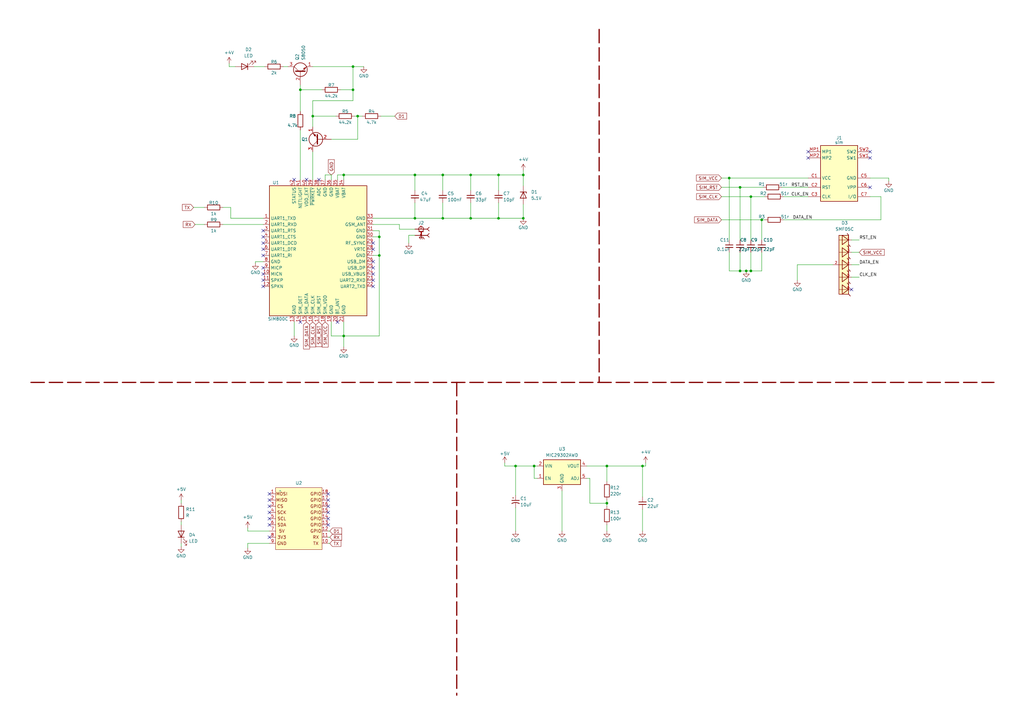
<source format=kicad_sch>
(kicad_sch (version 20230121) (generator eeschema)

  (uuid 7aff503e-b44c-42c0-8d1c-c7d43e6dc144)

  (paper "A3")

  (lib_symbols
    (symbol "Device:C_Polarized_Small_US" (pin_numbers hide) (pin_names (offset 0.254) hide) (in_bom yes) (on_board yes)
      (property "Reference" "C" (at 0.254 1.778 0)
        (effects (font (size 1.27 1.27)) (justify left))
      )
      (property "Value" "C_Polarized_Small_US" (at 0.254 -2.032 0)
        (effects (font (size 1.27 1.27)) (justify left))
      )
      (property "Footprint" "" (at 0 0 0)
        (effects (font (size 1.27 1.27)) hide)
      )
      (property "Datasheet" "~" (at 0 0 0)
        (effects (font (size 1.27 1.27)) hide)
      )
      (property "ki_keywords" "cap capacitor" (at 0 0 0)
        (effects (font (size 1.27 1.27)) hide)
      )
      (property "ki_description" "Polarized capacitor, small US symbol" (at 0 0 0)
        (effects (font (size 1.27 1.27)) hide)
      )
      (property "ki_fp_filters" "CP_*" (at 0 0 0)
        (effects (font (size 1.27 1.27)) hide)
      )
      (symbol "C_Polarized_Small_US_0_1"
        (polyline
          (pts
            (xy -1.524 0.508)
            (xy 1.524 0.508)
          )
          (stroke (width 0.3048) (type default))
          (fill (type none))
        )
        (polyline
          (pts
            (xy -1.27 1.524)
            (xy -0.762 1.524)
          )
          (stroke (width 0) (type default))
          (fill (type none))
        )
        (polyline
          (pts
            (xy -1.016 1.27)
            (xy -1.016 1.778)
          )
          (stroke (width 0) (type default))
          (fill (type none))
        )
        (arc (start 1.524 -0.762) (mid 0 -0.3734) (end -1.524 -0.762)
          (stroke (width 0.3048) (type default))
          (fill (type none))
        )
      )
      (symbol "C_Polarized_Small_US_1_1"
        (pin passive line (at 0 2.54 270) (length 2.032)
          (name "~" (effects (font (size 1.27 1.27))))
          (number "1" (effects (font (size 1.27 1.27))))
        )
        (pin passive line (at 0 -2.54 90) (length 2.032)
          (name "~" (effects (font (size 1.27 1.27))))
          (number "2" (effects (font (size 1.27 1.27))))
        )
      )
    )
    (symbol "Device:C_Small" (pin_numbers hide) (pin_names (offset 0.254) hide) (in_bom yes) (on_board yes)
      (property "Reference" "C" (at 0.254 1.778 0)
        (effects (font (size 1.27 1.27)) (justify left))
      )
      (property "Value" "C_Small" (at 0.254 -2.032 0)
        (effects (font (size 1.27 1.27)) (justify left))
      )
      (property "Footprint" "" (at 0 0 0)
        (effects (font (size 1.27 1.27)) hide)
      )
      (property "Datasheet" "~" (at 0 0 0)
        (effects (font (size 1.27 1.27)) hide)
      )
      (property "ki_keywords" "capacitor cap" (at 0 0 0)
        (effects (font (size 1.27 1.27)) hide)
      )
      (property "ki_description" "Unpolarized capacitor, small symbol" (at 0 0 0)
        (effects (font (size 1.27 1.27)) hide)
      )
      (property "ki_fp_filters" "C_*" (at 0 0 0)
        (effects (font (size 1.27 1.27)) hide)
      )
      (symbol "C_Small_0_1"
        (polyline
          (pts
            (xy -1.524 -0.508)
            (xy 1.524 -0.508)
          )
          (stroke (width 0.3302) (type default))
          (fill (type none))
        )
        (polyline
          (pts
            (xy -1.524 0.508)
            (xy 1.524 0.508)
          )
          (stroke (width 0.3048) (type default))
          (fill (type none))
        )
      )
      (symbol "C_Small_1_1"
        (pin passive line (at 0 2.54 270) (length 2.032)
          (name "~" (effects (font (size 1.27 1.27))))
          (number "1" (effects (font (size 1.27 1.27))))
        )
        (pin passive line (at 0 -2.54 90) (length 2.032)
          (name "~" (effects (font (size 1.27 1.27))))
          (number "2" (effects (font (size 1.27 1.27))))
        )
      )
    )
    (symbol "Device:D_Zener" (pin_numbers hide) (pin_names (offset 1.016) hide) (in_bom yes) (on_board yes)
      (property "Reference" "D" (at 0 2.54 0)
        (effects (font (size 1.27 1.27)))
      )
      (property "Value" "D_Zener" (at 0 -2.54 0)
        (effects (font (size 1.27 1.27)))
      )
      (property "Footprint" "" (at 0 0 0)
        (effects (font (size 1.27 1.27)) hide)
      )
      (property "Datasheet" "~" (at 0 0 0)
        (effects (font (size 1.27 1.27)) hide)
      )
      (property "ki_keywords" "diode" (at 0 0 0)
        (effects (font (size 1.27 1.27)) hide)
      )
      (property "ki_description" "Zener diode" (at 0 0 0)
        (effects (font (size 1.27 1.27)) hide)
      )
      (property "ki_fp_filters" "TO-???* *_Diode_* *SingleDiode* D_*" (at 0 0 0)
        (effects (font (size 1.27 1.27)) hide)
      )
      (symbol "D_Zener_0_1"
        (polyline
          (pts
            (xy 1.27 0)
            (xy -1.27 0)
          )
          (stroke (width 0) (type default))
          (fill (type none))
        )
        (polyline
          (pts
            (xy -1.27 -1.27)
            (xy -1.27 1.27)
            (xy -0.762 1.27)
          )
          (stroke (width 0.254) (type default))
          (fill (type none))
        )
        (polyline
          (pts
            (xy 1.27 -1.27)
            (xy 1.27 1.27)
            (xy -1.27 0)
            (xy 1.27 -1.27)
          )
          (stroke (width 0.254) (type default))
          (fill (type none))
        )
      )
      (symbol "D_Zener_1_1"
        (pin passive line (at -3.81 0 0) (length 2.54)
          (name "K" (effects (font (size 1.27 1.27))))
          (number "1" (effects (font (size 1.27 1.27))))
        )
        (pin passive line (at 3.81 0 180) (length 2.54)
          (name "A" (effects (font (size 1.27 1.27))))
          (number "2" (effects (font (size 1.27 1.27))))
        )
      )
    )
    (symbol "Device:LED" (pin_numbers hide) (pin_names (offset 1.016) hide) (in_bom yes) (on_board yes)
      (property "Reference" "D" (at 0 2.54 0)
        (effects (font (size 1.27 1.27)))
      )
      (property "Value" "LED" (at 0 -2.54 0)
        (effects (font (size 1.27 1.27)))
      )
      (property "Footprint" "" (at 0 0 0)
        (effects (font (size 1.27 1.27)) hide)
      )
      (property "Datasheet" "~" (at 0 0 0)
        (effects (font (size 1.27 1.27)) hide)
      )
      (property "ki_keywords" "LED diode" (at 0 0 0)
        (effects (font (size 1.27 1.27)) hide)
      )
      (property "ki_description" "Light emitting diode" (at 0 0 0)
        (effects (font (size 1.27 1.27)) hide)
      )
      (property "ki_fp_filters" "LED* LED_SMD:* LED_THT:*" (at 0 0 0)
        (effects (font (size 1.27 1.27)) hide)
      )
      (symbol "LED_0_1"
        (polyline
          (pts
            (xy -1.27 -1.27)
            (xy -1.27 1.27)
          )
          (stroke (width 0.254) (type default))
          (fill (type none))
        )
        (polyline
          (pts
            (xy -1.27 0)
            (xy 1.27 0)
          )
          (stroke (width 0) (type default))
          (fill (type none))
        )
        (polyline
          (pts
            (xy 1.27 -1.27)
            (xy 1.27 1.27)
            (xy -1.27 0)
            (xy 1.27 -1.27)
          )
          (stroke (width 0.254) (type default))
          (fill (type none))
        )
        (polyline
          (pts
            (xy -3.048 -0.762)
            (xy -4.572 -2.286)
            (xy -3.81 -2.286)
            (xy -4.572 -2.286)
            (xy -4.572 -1.524)
          )
          (stroke (width 0) (type default))
          (fill (type none))
        )
        (polyline
          (pts
            (xy -1.778 -0.762)
            (xy -3.302 -2.286)
            (xy -2.54 -2.286)
            (xy -3.302 -2.286)
            (xy -3.302 -1.524)
          )
          (stroke (width 0) (type default))
          (fill (type none))
        )
      )
      (symbol "LED_1_1"
        (pin passive line (at -3.81 0 0) (length 2.54)
          (name "K" (effects (font (size 1.27 1.27))))
          (number "1" (effects (font (size 1.27 1.27))))
        )
        (pin passive line (at 3.81 0 180) (length 2.54)
          (name "A" (effects (font (size 1.27 1.27))))
          (number "2" (effects (font (size 1.27 1.27))))
        )
      )
    )
    (symbol "Device:R" (pin_numbers hide) (pin_names (offset 0)) (in_bom yes) (on_board yes)
      (property "Reference" "R" (at 2.032 0 90)
        (effects (font (size 1.27 1.27)))
      )
      (property "Value" "R" (at 0 0 90)
        (effects (font (size 1.27 1.27)))
      )
      (property "Footprint" "" (at -1.778 0 90)
        (effects (font (size 1.27 1.27)) hide)
      )
      (property "Datasheet" "~" (at 0 0 0)
        (effects (font (size 1.27 1.27)) hide)
      )
      (property "ki_keywords" "R res resistor" (at 0 0 0)
        (effects (font (size 1.27 1.27)) hide)
      )
      (property "ki_description" "Resistor" (at 0 0 0)
        (effects (font (size 1.27 1.27)) hide)
      )
      (property "ki_fp_filters" "R_*" (at 0 0 0)
        (effects (font (size 1.27 1.27)) hide)
      )
      (symbol "R_0_1"
        (rectangle (start -1.016 -2.54) (end 1.016 2.54)
          (stroke (width 0.254) (type default))
          (fill (type none))
        )
      )
      (symbol "R_1_1"
        (pin passive line (at 0 3.81 270) (length 1.27)
          (name "~" (effects (font (size 1.27 1.27))))
          (number "1" (effects (font (size 1.27 1.27))))
        )
        (pin passive line (at 0 -3.81 90) (length 1.27)
          (name "~" (effects (font (size 1.27 1.27))))
          (number "2" (effects (font (size 1.27 1.27))))
        )
      )
    )
    (symbol "L-KLS1-IPEX-20279-001E-0:20279-001E-01" (pin_names (offset 1.016)) (in_bom yes) (on_board yes)
      (property "Reference" "J" (at -3.81 4.064 0)
        (effects (font (size 1.27 1.27)) (justify left bottom))
      )
      (property "Value" "20279-001E-01" (at -4.064 -4.318 0)
        (effects (font (size 1.27 1.27)) (justify left bottom))
      )
      (property "Footprint" "IPEX_20279-001E-01" (at 0 0 0)
        (effects (font (size 1.27 1.27)) (justify bottom) hide)
      )
      (property "Datasheet" "" (at 0 0 0)
        (effects (font (size 1.27 1.27)) hide)
      )
      (property "PARTREV" "21" (at 0 0 0)
        (effects (font (size 1.27 1.27)) (justify bottom) hide)
      )
      (property "MF" "I-PEX" (at 0 0 0)
        (effects (font (size 1.27 1.27)) (justify bottom) hide)
      )
      (property "STANDARD" "Manufacturer Recommendations" (at 0 0 0)
        (effects (font (size 1.27 1.27)) (justify bottom) hide)
      )
      (symbol "20279-001E-01_0_0"
        (polyline
          (pts
            (xy -3.302 -0.762)
            (xy -2.54 0)
          )
          (stroke (width 0.254) (type default))
          (fill (type none))
        )
        (polyline
          (pts
            (xy -3.302 0.762)
            (xy -2.54 0)
          )
          (stroke (width 0.254) (type default))
          (fill (type none))
        )
        (polyline
          (pts
            (xy -3.302 1.778)
            (xy -2.54 2.54)
          )
          (stroke (width 0.254) (type default))
          (fill (type none))
        )
        (polyline
          (pts
            (xy -3.302 3.302)
            (xy -2.54 2.54)
          )
          (stroke (width 0.254) (type default))
          (fill (type none))
        )
        (polyline
          (pts
            (xy -2.54 0)
            (xy 0 0)
          )
          (stroke (width 0.254) (type default))
          (fill (type none))
        )
        (polyline
          (pts
            (xy -2.54 2.54)
            (xy 2.54 2.54)
          )
          (stroke (width 0.254) (type default))
          (fill (type none))
        )
        (polyline
          (pts
            (xy -1.016 1.524)
            (xy 0 1.524)
          )
          (stroke (width 0.254) (type default))
          (fill (type none))
        )
        (polyline
          (pts
            (xy -0.762 -0.762)
            (xy -1.27 -1.524)
          )
          (stroke (width 0.254) (type default))
          (fill (type none))
        )
        (polyline
          (pts
            (xy 0 -0.762)
            (xy -0.762 -0.762)
          )
          (stroke (width 0.254) (type default))
          (fill (type none))
        )
        (polyline
          (pts
            (xy 0 -0.762)
            (xy -0.508 -1.524)
          )
          (stroke (width 0.254) (type default))
          (fill (type none))
        )
        (polyline
          (pts
            (xy 0 -0.762)
            (xy 0.762 -0.762)
          )
          (stroke (width 0.254) (type default))
          (fill (type none))
        )
        (polyline
          (pts
            (xy 0 0)
            (xy -2.286 0)
          )
          (stroke (width 0.254) (type default))
          (fill (type none))
        )
        (polyline
          (pts
            (xy 0 0)
            (xy 0 -0.762)
          )
          (stroke (width 0.254) (type default))
          (fill (type none))
        )
        (polyline
          (pts
            (xy 0 1.524)
            (xy 0 0)
          )
          (stroke (width 0.254) (type default))
          (fill (type none))
        )
        (polyline
          (pts
            (xy 0 1.524)
            (xy 1.016 1.524)
          )
          (stroke (width 0.254) (type default))
          (fill (type none))
        )
        (polyline
          (pts
            (xy 0.762 -0.762)
            (xy 0.254 -1.524)
          )
          (stroke (width 0.254) (type default))
          (fill (type none))
        )
        (polyline
          (pts
            (xy 2.54 0)
            (xy 0 0)
          )
          (stroke (width 0.254) (type default))
          (fill (type none))
        )
        (circle (center 0 0) (radius 0.254)
          (stroke (width 0.254) (type default))
          (fill (type none))
        )
        (circle (center 0 2.54) (radius 1.016)
          (stroke (width 0.254) (type default))
          (fill (type none))
        )
        (pin passive line (at 2.54 2.54 180) (length 5.08)
          (name "~" (effects (font (size 1.016 1.016))))
          (number "1" (effects (font (size 1.016 1.016))))
        )
        (pin passive line (at 2.54 0 180) (length 5.08)
          (name "~" (effects (font (size 1.016 1.016))))
          (number "2" (effects (font (size 1.016 1.016))))
        )
        (pin passive line (at 2.54 0 180) (length 5.08)
          (name "~" (effects (font (size 1.016 1.016))))
          (number "3" (effects (font (size 1.016 1.016))))
        )
      )
    )
    (symbol "L-KLS1-SIM-064-_6+2_P-H1_85-R:L-KLS1-SIM-064-_6+2_P-H1.85-R" (in_bom yes) (on_board yes)
      (property "Reference" "J1" (at 12.7 5.715 0)
        (effects (font (size 1.27 1.27)))
      )
      (property "Value" "sim" (at 12.7 3.81 0)
        (effects (font (size 1.27 1.27)))
      )
      (property "Footprint" "LKLS1SIM06462PH185R" (at 21.59 -94.92 0)
        (effects (font (size 1.27 1.27)) (justify left top) hide)
      )
      (property "Datasheet" "https://img.ozdisan.com/ETicaret_Dosya/468486_1511271.PDF" (at 21.59 -194.92 0)
        (effects (font (size 1.27 1.27)) (justify left top) hide)
      )
      (property "Height" "1.7" (at 21.59 -394.92 0)
        (effects (font (size 1.27 1.27)) (justify left top) hide)
      )
      (property "Manufacturer_Name" "KLS Electronic" (at 21.59 -494.92 0)
        (effects (font (size 1.27 1.27)) (justify left top) hide)
      )
      (property "Manufacturer_Part_Number" "L-KLS1-SIM-064-(6+2)P-H1.85-R" (at 21.59 -594.92 0)
        (effects (font (size 1.27 1.27)) (justify left top) hide)
      )
      (property "Mouser Part Number" "" (at 21.59 -694.92 0)
        (effects (font (size 1.27 1.27)) (justify left top) hide)
      )
      (property "Mouser Price/Stock" "" (at 21.59 -794.92 0)
        (effects (font (size 1.27 1.27)) (justify left top) hide)
      )
      (property "Arrow Part Number" "" (at 21.59 -894.92 0)
        (effects (font (size 1.27 1.27)) (justify left top) hide)
      )
      (property "Arrow Price/Stock" "" (at 21.59 -994.92 0)
        (effects (font (size 1.27 1.27)) (justify left top) hide)
      )
      (property "ki_description" "SIM Card Connector" (at 0 0 0)
        (effects (font (size 1.27 1.27)) hide)
      )
      (symbol "L-KLS1-SIM-064-_6+2_P-H1.85-R_1_1"
        (rectangle (start 5.08 2.54) (end 20.32 -20.32)
          (stroke (width 0.254) (type default))
          (fill (type background))
        )
        (pin passive line (at 0 -10.795 0) (length 5.08)
          (name "VCC" (effects (font (size 1.27 1.27))))
          (number "C1" (effects (font (size 1.27 1.27))))
        )
        (pin passive line (at 0 -14.605 0) (length 5.08)
          (name "RST" (effects (font (size 1.27 1.27))))
          (number "C2" (effects (font (size 1.27 1.27))))
        )
        (pin passive line (at 0 -18.415 0) (length 5.08)
          (name "CLK" (effects (font (size 1.27 1.27))))
          (number "C3" (effects (font (size 1.27 1.27))))
        )
        (pin passive line (at 25.4 -10.795 180) (length 5.08)
          (name "GND" (effects (font (size 1.27 1.27))))
          (number "C5" (effects (font (size 1.27 1.27))))
        )
        (pin passive line (at 25.4 -14.605 180) (length 5.08)
          (name "VPP" (effects (font (size 1.27 1.27))))
          (number "C6" (effects (font (size 1.27 1.27))))
        )
        (pin passive line (at 25.4 -18.415 180) (length 5.08)
          (name "I/O" (effects (font (size 1.27 1.27))))
          (number "C7" (effects (font (size 1.27 1.27))))
        )
        (pin passive line (at 0 0 0) (length 5.08)
          (name "MP1" (effects (font (size 1.27 1.27))))
          (number "MP1" (effects (font (size 1.27 1.27))))
        )
        (pin passive line (at 0 -2.54 0) (length 5.08)
          (name "MP2" (effects (font (size 1.27 1.27))))
          (number "MP2" (effects (font (size 1.27 1.27))))
        )
        (pin passive line (at 25.4 -2.54 180) (length 5.08)
          (name "SW1" (effects (font (size 1.27 1.27))))
          (number "SW1" (effects (font (size 1.27 1.27))))
        )
        (pin passive line (at 25.4 0 180) (length 5.08)
          (name "SW2" (effects (font (size 1.27 1.27))))
          (number "SW2" (effects (font (size 1.27 1.27))))
        )
      )
    )
    (symbol "RF_GSM:SIM800C" (in_bom yes) (on_board yes)
      (property "Reference" "U1" (at -16.51 36.83 0)
        (effects (font (size 1.27 1.27)) (justify left))
      )
      (property "Value" "SIM800C" (at -18.415 -19.05 0)
        (effects (font (size 1.27 1.27)) (justify left))
      )
      (property "Footprint" "RF_GSM:SIMCom_SIM800C" (at 51.435 11.43 0)
        (effects (font (size 1.27 1.27)) hide)
      )
      (property "Datasheet" "http://simcom.ee/documents/SIM800C/SIM800C_Hardware_Design_V1.05.pdf" (at -118.11 -59.69 0)
        (effects (font (size 1.27 1.27)) hide)
      )
      (property "ki_keywords" "GSM GPRS Quad-Band SMS" (at 0 0 0)
        (effects (font (size 1.27 1.27)) hide)
      )
      (property "ki_description" "GSM Quad-Band Communication Module, GPRS, Audio Engine, AT Command Set, Bluetooth is Optional" (at 0 0 0)
        (effects (font (size 1.27 1.27)) hide)
      )
      (property "ki_fp_filters" "SIMCom*SIM800C*" (at 0 0 0)
        (effects (font (size 1.27 1.27)) hide)
      )
      (symbol "SIM800C_0_1"
        (rectangle (start -17.78 35.56) (end 22.225 -17.78)
          (stroke (width 0.254) (type default))
          (fill (type background))
        )
      )
      (symbol "SIM800C_1_1"
        (pin output line (at -20.32 22.225 0) (length 2.54)
          (name "UART1_TXD" (effects (font (size 1.27 1.27))))
          (number "1" (effects (font (size 1.27 1.27))))
        )
        (pin input line (at -20.32 -0.635 0) (length 2.54)
          (name "MICN" (effects (font (size 1.27 1.27))))
          (number "10" (effects (font (size 1.27 1.27))))
        )
        (pin output line (at -20.32 -3.175 0) (length 2.54)
          (name "SPKP" (effects (font (size 1.27 1.27))))
          (number "11" (effects (font (size 1.27 1.27))))
        )
        (pin output line (at -20.32 -5.715 0) (length 2.54)
          (name "SPKN" (effects (font (size 1.27 1.27))))
          (number "12" (effects (font (size 1.27 1.27))))
        )
        (pin output line (at -7.62 -20.32 90) (length 2.54)
          (name "GND" (effects (font (size 1.27 1.27))))
          (number "13" (effects (font (size 1.27 1.27))))
        )
        (pin input line (at -5.08 -20.32 90) (length 2.54)
          (name "SIM_DET" (effects (font (size 1.27 1.27))))
          (number "14" (effects (font (size 1.27 1.27))))
        )
        (pin bidirectional line (at -2.54 -20.32 90) (length 2.54)
          (name "SIM_DATA" (effects (font (size 1.27 1.27))))
          (number "15" (effects (font (size 1.27 1.27))))
        )
        (pin output line (at 0 -20.32 90) (length 2.54)
          (name "SIM_CLK" (effects (font (size 1.27 1.27))))
          (number "16" (effects (font (size 1.27 1.27))))
        )
        (pin output line (at 2.54 -20.32 90) (length 2.54)
          (name "SIM_RST" (effects (font (size 1.27 1.27))))
          (number "17" (effects (font (size 1.27 1.27))))
        )
        (pin power_out line (at 5.08 -20.32 90) (length 2.54)
          (name "SIM_VDD" (effects (font (size 1.27 1.27))))
          (number "18" (effects (font (size 1.27 1.27))))
        )
        (pin output line (at 7.62 -20.32 90) (length 2.54)
          (name "GND" (effects (font (size 1.27 1.27))))
          (number "19" (effects (font (size 1.27 1.27))))
        )
        (pin input line (at -20.32 19.685 0) (length 2.54)
          (name "UART1_RXD" (effects (font (size 1.27 1.27))))
          (number "2" (effects (font (size 1.27 1.27))))
        )
        (pin passive line (at 10.16 -20.32 90) (length 2.54)
          (name "BT_ANT" (effects (font (size 1.27 1.27))))
          (number "20" (effects (font (size 1.27 1.27))))
        )
        (pin output line (at 12.7 -20.32 90) (length 2.54)
          (name "GND" (effects (font (size 1.27 1.27))))
          (number "21" (effects (font (size 1.27 1.27))))
        )
        (pin output line (at 24.765 -5.715 180) (length 2.54)
          (name "UART2_TXD" (effects (font (size 1.27 1.27))))
          (number "22" (effects (font (size 1.27 1.27))))
        )
        (pin input line (at 24.765 -3.175 180) (length 2.54)
          (name "UART2_RXD" (effects (font (size 1.27 1.27))))
          (number "23" (effects (font (size 1.27 1.27))))
        )
        (pin input line (at 24.765 -0.635 180) (length 2.54)
          (name "USB_VBUS" (effects (font (size 1.27 1.27))))
          (number "24" (effects (font (size 1.27 1.27))))
        )
        (pin bidirectional line (at 24.765 1.905 180) (length 2.54)
          (name "USB_DP" (effects (font (size 1.27 1.27))))
          (number "25" (effects (font (size 1.27 1.27))))
        )
        (pin bidirectional line (at 24.765 4.445 180) (length 2.54)
          (name "USB_DM" (effects (font (size 1.27 1.27))))
          (number "26" (effects (font (size 1.27 1.27))))
        )
        (pin output line (at 24.765 6.985 180) (length 2.54)
          (name "GND" (effects (font (size 1.27 1.27))))
          (number "27" (effects (font (size 1.27 1.27))))
        )
        (pin power_in line (at 24.765 9.525 180) (length 2.54)
          (name "VRTC" (effects (font (size 1.27 1.27))))
          (number "28" (effects (font (size 1.27 1.27))))
        )
        (pin output line (at 24.765 12.065 180) (length 2.54)
          (name "RF_SYNC" (effects (font (size 1.27 1.27))))
          (number "29" (effects (font (size 1.27 1.27))))
        )
        (pin input line (at -20.32 17.145 0) (length 2.54)
          (name "UART1_RTS" (effects (font (size 1.27 1.27))))
          (number "3" (effects (font (size 1.27 1.27))))
        )
        (pin output line (at 24.765 14.605 180) (length 2.54)
          (name "GND" (effects (font (size 1.27 1.27))))
          (number "30" (effects (font (size 1.27 1.27))))
        )
        (pin output line (at 24.765 17.145 180) (length 2.54)
          (name "GND" (effects (font (size 1.27 1.27))))
          (number "31" (effects (font (size 1.27 1.27))))
        )
        (pin passive line (at 24.765 19.685 180) (length 2.54)
          (name "GSM_ANT" (effects (font (size 1.27 1.27))))
          (number "32" (effects (font (size 1.27 1.27))))
        )
        (pin output line (at 24.765 22.225 180) (length 2.54)
          (name "GND" (effects (font (size 1.27 1.27))))
          (number "33" (effects (font (size 1.27 1.27))))
        )
        (pin power_in line (at 12.7 38.1 270) (length 2.54)
          (name "VBAT" (effects (font (size 1.27 1.27))))
          (number "34" (effects (font (size 1.27 1.27))))
        )
        (pin output line (at 10.16 38.1 270) (length 2.54)
          (name "VBAT" (effects (font (size 1.27 1.27))))
          (number "35" (effects (font (size 1.27 1.27))))
        )
        (pin output line (at 7.62 38.1 270) (length 2.54)
          (name "GND" (effects (font (size 1.27 1.27))))
          (number "36" (effects (font (size 1.27 1.27))))
        )
        (pin output line (at 5.08 38.1 270) (length 2.54)
          (name "GND" (effects (font (size 1.27 1.27))))
          (number "37" (effects (font (size 1.27 1.27))))
        )
        (pin input line (at 2.54 38.1 270) (length 2.54)
          (name "ADC" (effects (font (size 1.27 1.27))))
          (number "38" (effects (font (size 1.27 1.27))))
        )
        (pin input line (at 0 38.1 270) (length 2.54)
          (name "~{PWRKEY}" (effects (font (size 1.27 1.27))))
          (number "39" (effects (font (size 1.27 1.27))))
        )
        (pin output line (at -20.32 14.605 0) (length 2.54)
          (name "UART1_CTS" (effects (font (size 1.27 1.27))))
          (number "4" (effects (font (size 1.27 1.27))))
        )
        (pin power_out line (at -2.54 38.1 270) (length 2.54)
          (name "VDD_EXT" (effects (font (size 1.27 1.27))))
          (number "40" (effects (font (size 1.27 1.27))))
        )
        (pin output line (at -5.08 38.1 270) (length 2.54)
          (name "NETLIGHT" (effects (font (size 1.27 1.27))))
          (number "41" (effects (font (size 1.27 1.27))))
        )
        (pin output line (at -7.62 38.1 270) (length 2.54)
          (name "STATUS" (effects (font (size 1.27 1.27))))
          (number "42" (effects (font (size 1.27 1.27))))
        )
        (pin output line (at -20.32 12.065 0) (length 2.54)
          (name "UART1_DCD" (effects (font (size 1.27 1.27))))
          (number "5" (effects (font (size 1.27 1.27))))
        )
        (pin input line (at -20.32 9.525 0) (length 2.54)
          (name "UART1_DTR" (effects (font (size 1.27 1.27))))
          (number "6" (effects (font (size 1.27 1.27))))
        )
        (pin output line (at -20.32 6.985 0) (length 2.54)
          (name "UART1_RI" (effects (font (size 1.27 1.27))))
          (number "7" (effects (font (size 1.27 1.27))))
        )
        (pin power_in line (at -20.32 4.445 0) (length 2.54)
          (name "GND" (effects (font (size 1.27 1.27))))
          (number "8" (effects (font (size 1.27 1.27))))
        )
        (pin input line (at -20.32 1.905 0) (length 2.54)
          (name "MICP" (effects (font (size 1.27 1.27))))
          (number "9" (effects (font (size 1.27 1.27))))
        )
      )
    )
    (symbol "Regulator_Linear:MIC29302AWD" (in_bom yes) (on_board yes)
      (property "Reference" "U" (at -6.35 6.35 0)
        (effects (font (size 1.27 1.27)))
      )
      (property "Value" "MIC29302AWD" (at 2.54 6.35 0)
        (effects (font (size 1.27 1.27)))
      )
      (property "Footprint" "Package_TO_SOT_SMD:TO-252-5_TabPin3" (at 2.54 -6.35 0)
        (effects (font (size 1.27 1.27)) (justify left) hide)
      )
      (property "Datasheet" "https://ww1.microchip.com/downloads/aemDocuments/documents/OTH/ProductDocuments/DataSheets/20005897B.pdf" (at 0 0 0)
        (effects (font (size 1.27 1.27)) hide)
      )
      (property "ki_keywords" "3A LDO linear voltage regulator adjustable positive" (at 0 0 0)
        (effects (font (size 1.27 1.27)) hide)
      )
      (property "ki_description" "3A low dropout linear regulator, shutdown pin, 3V to 16V input voltage, 1.24V to 15V adjustable output, TO-252" (at 0 0 0)
        (effects (font (size 1.27 1.27)) hide)
      )
      (property "ki_fp_filters" "TO*252*" (at 0 0 0)
        (effects (font (size 1.27 1.27)) hide)
      )
      (symbol "MIC29302AWD_1_1"
        (rectangle (start -7.62 5.08) (end 7.62 -5.08)
          (stroke (width 0.254) (type default))
          (fill (type background))
        )
        (pin input line (at -10.16 -2.54 0) (length 2.54)
          (name "EN" (effects (font (size 1.27 1.27))))
          (number "1" (effects (font (size 1.27 1.27))))
        )
        (pin power_in line (at -10.16 2.54 0) (length 2.54)
          (name "VIN" (effects (font (size 1.27 1.27))))
          (number "2" (effects (font (size 1.27 1.27))))
        )
        (pin power_in line (at 0 -7.62 90) (length 2.54)
          (name "GND" (effects (font (size 1.27 1.27))))
          (number "3" (effects (font (size 1.27 1.27))))
        )
        (pin power_out line (at 10.16 2.54 180) (length 2.54)
          (name "VOUT" (effects (font (size 1.27 1.27))))
          (number "4" (effects (font (size 1.27 1.27))))
        )
        (pin input line (at 10.16 -2.54 180) (length 2.54)
          (name "ADJ" (effects (font (size 1.27 1.27))))
          (number "5" (effects (font (size 1.27 1.27))))
        )
      )
    )
    (symbol "SMF05C:SMF05C" (pin_names (offset 1.016)) (in_bom yes) (on_board yes)
      (property "Reference" "D" (at -23.0178 0.1016 0)
        (effects (font (size 1.27 1.27)) (justify left bottom))
      )
      (property "Value" "SMF05C" (at -23.0396 -1.9581 0)
        (effects (font (size 1.27 1.27)) (justify left bottom))
      )
      (property "Footprint" "SC70-6" (at 0 0 0)
        (effects (font (size 1.27 1.27)) (justify bottom) hide)
      )
      (property "Datasheet" "" (at 0 0 0)
        (effects (font (size 1.27 1.27)) hide)
      )
      (symbol "SMF05C_0_0"
        (rectangle (start -9.525 -2.6035) (end 14.605 1.3335)
          (stroke (width 0.254) (type default))
          (fill (type background))
        )
        (polyline
          (pts
            (xy -9.525 -1.27)
            (xy -5.715 -1.27)
          )
          (stroke (width 0.254) (type default))
          (fill (type none))
        )
        (polyline
          (pts
            (xy -9.525 1.397)
            (xy -10.287 0.762)
          )
          (stroke (width 0.254) (type default))
          (fill (type none))
        )
        (polyline
          (pts
            (xy -7.62 0)
            (xy -7.62 -2.54)
          )
          (stroke (width 0.1524) (type default))
          (fill (type none))
        )
        (polyline
          (pts
            (xy -7.62 1.27)
            (xy -9.525 -1.27)
          )
          (stroke (width 0.254) (type default))
          (fill (type none))
        )
        (polyline
          (pts
            (xy -5.715 -1.27)
            (xy -7.62 1.27)
          )
          (stroke (width 0.254) (type default))
          (fill (type none))
        )
        (polyline
          (pts
            (xy -5.715 1.397)
            (xy -4.953 2.032)
          )
          (stroke (width 0.254) (type default))
          (fill (type none))
        )
        (polyline
          (pts
            (xy -4.445 -1.27)
            (xy -0.635 -1.27)
          )
          (stroke (width 0.254) (type default))
          (fill (type none))
        )
        (polyline
          (pts
            (xy -4.445 1.397)
            (xy -5.207 0.762)
          )
          (stroke (width 0.254) (type default))
          (fill (type none))
        )
        (polyline
          (pts
            (xy -2.54 0)
            (xy -2.54 -2.54)
          )
          (stroke (width 0.1524) (type default))
          (fill (type none))
        )
        (polyline
          (pts
            (xy -2.54 1.27)
            (xy -4.445 -1.27)
          )
          (stroke (width 0.254) (type default))
          (fill (type none))
        )
        (polyline
          (pts
            (xy -0.635 -1.27)
            (xy -2.54 1.27)
          )
          (stroke (width 0.254) (type default))
          (fill (type none))
        )
        (polyline
          (pts
            (xy -0.635 1.397)
            (xy 0.127 2.032)
          )
          (stroke (width 0.254) (type default))
          (fill (type none))
        )
        (polyline
          (pts
            (xy 0.635 -1.27)
            (xy 4.445 -1.27)
          )
          (stroke (width 0.254) (type default))
          (fill (type none))
        )
        (polyline
          (pts
            (xy 0.635 1.397)
            (xy -0.127 0.762)
          )
          (stroke (width 0.254) (type default))
          (fill (type none))
        )
        (polyline
          (pts
            (xy 2.54 0)
            (xy 2.54 -2.54)
          )
          (stroke (width 0.1524) (type default))
          (fill (type none))
        )
        (polyline
          (pts
            (xy 2.54 1.27)
            (xy 0.635 -1.27)
          )
          (stroke (width 0.254) (type default))
          (fill (type none))
        )
        (polyline
          (pts
            (xy 4.445 -1.27)
            (xy 2.54 1.27)
          )
          (stroke (width 0.254) (type default))
          (fill (type none))
        )
        (polyline
          (pts
            (xy 4.445 1.397)
            (xy 5.207 2.032)
          )
          (stroke (width 0.254) (type default))
          (fill (type none))
        )
        (polyline
          (pts
            (xy 5.715 -1.27)
            (xy 9.525 -1.27)
          )
          (stroke (width 0.254) (type default))
          (fill (type none))
        )
        (polyline
          (pts
            (xy 5.715 1.397)
            (xy 4.953 0.762)
          )
          (stroke (width 0.254) (type default))
          (fill (type none))
        )
        (polyline
          (pts
            (xy 7.62 0)
            (xy 7.62 -2.54)
          )
          (stroke (width 0.1524) (type default))
          (fill (type none))
        )
        (polyline
          (pts
            (xy 7.62 1.27)
            (xy 5.715 -1.27)
          )
          (stroke (width 0.254) (type default))
          (fill (type none))
        )
        (polyline
          (pts
            (xy 9.525 -1.27)
            (xy 7.62 1.27)
          )
          (stroke (width 0.254) (type default))
          (fill (type none))
        )
        (polyline
          (pts
            (xy 9.525 1.397)
            (xy 10.287 2.032)
          )
          (stroke (width 0.254) (type default))
          (fill (type none))
        )
        (polyline
          (pts
            (xy 10.795 -1.27)
            (xy 14.605 -1.27)
          )
          (stroke (width 0.254) (type default))
          (fill (type none))
        )
        (polyline
          (pts
            (xy 10.795 1.397)
            (xy 10.033 0.762)
          )
          (stroke (width 0.254) (type default))
          (fill (type none))
        )
        (polyline
          (pts
            (xy 12.7 0)
            (xy 12.7 -2.54)
          )
          (stroke (width 0.1524) (type default))
          (fill (type none))
        )
        (polyline
          (pts
            (xy 12.7 1.27)
            (xy 10.795 -1.27)
          )
          (stroke (width 0.254) (type default))
          (fill (type none))
        )
        (polyline
          (pts
            (xy 14.605 -1.27)
            (xy 12.7 1.27)
          )
          (stroke (width 0.254) (type default))
          (fill (type none))
        )
        (polyline
          (pts
            (xy 14.605 1.397)
            (xy 15.367 2.032)
          )
          (stroke (width 0.254) (type default))
          (fill (type none))
        )
        (pin passive line (at -7.62 2.54 270) (length 2.54)
          (name "~" (effects (font (size 1.016 1.016))))
          (number "1" (effects (font (size 1.016 1.016))))
        )
        (pin passive line (at 2.54 -5.08 90) (length 2.54)
          (name "~" (effects (font (size 1.016 1.016))))
          (number "2" (effects (font (size 1.016 1.016))))
        )
        (pin passive line (at -2.54 2.54 270) (length 2.54)
          (name "~" (effects (font (size 1.016 1.016))))
          (number "3" (effects (font (size 1.016 1.016))))
        )
        (pin passive line (at 2.54 2.54 270) (length 2.54)
          (name "~" (effects (font (size 1.016 1.016))))
          (number "4" (effects (font (size 1.016 1.016))))
        )
        (pin passive line (at 7.62 2.54 270) (length 2.54)
          (name "~" (effects (font (size 1.016 1.016))))
          (number "5" (effects (font (size 1.016 1.016))))
        )
        (pin passive line (at 12.7 2.54 270) (length 2.54)
          (name "~" (effects (font (size 1.016 1.016))))
          (number "6" (effects (font (size 1.016 1.016))))
        )
      )
    )
    (symbol "Transistor_BJT:S8050" (pin_names (offset 0) hide) (in_bom yes) (on_board yes)
      (property "Reference" "Q" (at 5.08 1.905 0)
        (effects (font (size 1.27 1.27)) (justify left))
      )
      (property "Value" "S8050" (at 5.08 0 0)
        (effects (font (size 1.27 1.27)) (justify left))
      )
      (property "Footprint" "Package_TO_SOT_THT:TO-92_Inline" (at 5.08 -1.905 0)
        (effects (font (size 1.27 1.27) italic) (justify left) hide)
      )
      (property "Datasheet" "http://www.unisonic.com.tw/datasheet/S8050.pdf" (at 0 0 0)
        (effects (font (size 1.27 1.27)) (justify left) hide)
      )
      (property "ki_keywords" "S8050 NPN Low Voltage High Current Transistor" (at 0 0 0)
        (effects (font (size 1.27 1.27)) hide)
      )
      (property "ki_description" "0.7A Ic, 20V Vce, Low Voltage High Current NPN Transistor, TO-92" (at 0 0 0)
        (effects (font (size 1.27 1.27)) hide)
      )
      (property "ki_fp_filters" "TO?92*" (at 0 0 0)
        (effects (font (size 1.27 1.27)) hide)
      )
      (symbol "S8050_0_1"
        (polyline
          (pts
            (xy 0 0)
            (xy 0.635 0)
          )
          (stroke (width 0) (type default))
          (fill (type none))
        )
        (polyline
          (pts
            (xy 0.635 0.635)
            (xy 2.54 2.54)
          )
          (stroke (width 0) (type default))
          (fill (type none))
        )
        (polyline
          (pts
            (xy 0.635 -0.635)
            (xy 2.54 -2.54)
            (xy 2.54 -2.54)
          )
          (stroke (width 0) (type default))
          (fill (type none))
        )
        (polyline
          (pts
            (xy 0.635 1.905)
            (xy 0.635 -1.905)
            (xy 0.635 -1.905)
          )
          (stroke (width 0.508) (type default))
          (fill (type none))
        )
        (polyline
          (pts
            (xy 1.27 -1.778)
            (xy 1.778 -1.27)
            (xy 2.286 -2.286)
            (xy 1.27 -1.778)
            (xy 1.27 -1.778)
          )
          (stroke (width 0) (type default))
          (fill (type outline))
        )
        (circle (center 1.27 0) (radius 2.8194)
          (stroke (width 0.254) (type default))
          (fill (type none))
        )
      )
      (symbol "S8050_1_1"
        (pin passive line (at 2.54 -5.08 90) (length 2.54)
          (name "E" (effects (font (size 1.27 1.27))))
          (number "1" (effects (font (size 1.27 1.27))))
        )
        (pin input line (at -5.08 0 0) (length 5.08)
          (name "B" (effects (font (size 1.27 1.27))))
          (number "2" (effects (font (size 1.27 1.27))))
        )
        (pin passive line (at 2.54 5.08 270) (length 2.54)
          (name "C" (effects (font (size 1.27 1.27))))
          (number "3" (effects (font (size 1.27 1.27))))
        )
      )
    )
    (symbol "moduler_pin:air" (in_bom yes) (on_board yes)
      (property "Reference" "U" (at 7.62 2.54 0)
        (effects (font (size 1.27 1.27)))
      )
      (property "Value" "" (at 0 0 0)
        (effects (font (size 1.27 1.27)))
      )
      (property "Footprint" "" (at 0 0 0)
        (effects (font (size 1.27 1.27)) hide)
      )
      (property "Datasheet" "" (at 0 0 0)
        (effects (font (size 1.27 1.27)) hide)
      )
      (symbol "air_1_1"
        (rectangle (start -1.905 1.27) (end 17.145 -24.13)
          (stroke (width 0) (type default))
          (fill (type background))
        )
        (text "3V3" (at 0.635 -19.05 0)
          (effects (font (size 1.27 1.27)))
        )
        (text "5V" (at 0.635 -16.51 0)
          (effects (font (size 1.27 1.27)))
        )
        (text "CS" (at 0 -6.35 0)
          (effects (font (size 1.27 1.27)))
        )
        (text "GND" (at 0.635 -21.59 0)
          (effects (font (size 1.27 1.27)))
        )
        (text "GPIO" (at 14.605 -16.51 0)
          (effects (font (size 1.27 1.27)))
        )
        (text "GPIO" (at 14.605 -13.97 0)
          (effects (font (size 1.27 1.27)))
        )
        (text "GPIO" (at 14.605 -11.43 0)
          (effects (font (size 1.27 1.27)))
        )
        (text "GPIO" (at 14.605 -8.89 0)
          (effects (font (size 1.27 1.27)))
        )
        (text "GPIO" (at 14.605 -6.35 0)
          (effects (font (size 1.27 1.27)))
        )
        (text "GPIO" (at 14.605 -3.81 0)
          (effects (font (size 1.27 1.27)))
        )
        (text "GPIO" (at 14.605 -1.27 0)
          (effects (font (size 1.27 1.27)))
        )
        (text "MISO" (at 0.635 -3.81 0)
          (effects (font (size 1.27 1.27)))
        )
        (text "MOSI" (at 0.635 -1.27 0)
          (effects (font (size 1.27 1.27)))
        )
        (text "RX" (at 14.605 -19.05 0)
          (effects (font (size 1.27 1.27)))
        )
        (text "SCK" (at 0.635 -8.89 0)
          (effects (font (size 1.27 1.27)))
        )
        (text "SCL" (at 0.635 -11.43 0)
          (effects (font (size 1.27 1.27)))
        )
        (text "SDA" (at 0.635 -13.97 0)
          (effects (font (size 1.27 1.27)))
        )
        (text "TX" (at 14.605 -21.59 0)
          (effects (font (size 1.27 1.27)))
        )
        (pin input line (at -4.445 -1.27 0) (length 2.54)
          (name "" (effects (font (size 1.27 1.27))))
          (number "1" (effects (font (size 1.27 1.27))))
        )
        (pin input line (at 19.685 -21.59 180) (length 2.54)
          (name "" (effects (font (size 1.27 1.27))))
          (number "10" (effects (font (size 1.27 1.27))))
        )
        (pin input line (at 19.685 -19.05 180) (length 2.54)
          (name "" (effects (font (size 1.27 1.27))))
          (number "11" (effects (font (size 1.27 1.27))))
        )
        (pin input line (at 19.685 -16.51 180) (length 2.54)
          (name "" (effects (font (size 1.27 1.27))))
          (number "12" (effects (font (size 1.27 1.27))))
        )
        (pin input line (at 19.685 -13.97 180) (length 2.54)
          (name "" (effects (font (size 1.27 1.27))))
          (number "13" (effects (font (size 1.27 1.27))))
        )
        (pin input line (at 19.685 -11.43 180) (length 2.54)
          (name "" (effects (font (size 1.27 1.27))))
          (number "14" (effects (font (size 1.27 1.27))))
        )
        (pin input line (at 19.685 -8.89 180) (length 2.54)
          (name "" (effects (font (size 1.27 1.27))))
          (number "15" (effects (font (size 1.27 1.27))))
        )
        (pin input line (at 19.685 -6.35 180) (length 2.54)
          (name "" (effects (font (size 1.27 1.27))))
          (number "16" (effects (font (size 1.27 1.27))))
        )
        (pin input line (at 19.685 -3.81 180) (length 2.54)
          (name "" (effects (font (size 1.27 1.27))))
          (number "17" (effects (font (size 1.27 1.27))))
        )
        (pin input line (at 19.685 -1.27 180) (length 2.54)
          (name "" (effects (font (size 1.27 1.27))))
          (number "18" (effects (font (size 1.27 1.27))))
        )
        (pin input line (at -4.445 -3.81 0) (length 2.54)
          (name "" (effects (font (size 1.27 1.27))))
          (number "2" (effects (font (size 1.27 1.27))))
        )
        (pin input line (at -4.445 -6.35 0) (length 2.54)
          (name "" (effects (font (size 1.27 1.27))))
          (number "3" (effects (font (size 1.27 1.27))))
        )
        (pin input line (at -4.445 -8.89 0) (length 2.54)
          (name "" (effects (font (size 1.27 1.27))))
          (number "4" (effects (font (size 1.27 1.27))))
        )
        (pin input line (at -4.445 -11.43 0) (length 2.54)
          (name "" (effects (font (size 1.27 1.27))))
          (number "5" (effects (font (size 1.27 1.27))))
        )
        (pin input line (at -4.445 -13.97 0) (length 2.54)
          (name "" (effects (font (size 1.27 1.27))))
          (number "6" (effects (font (size 1.27 1.27))))
        )
        (pin input line (at -4.445 -16.51 0) (length 2.54)
          (name "" (effects (font (size 1.27 1.27))))
          (number "7" (effects (font (size 1.27 1.27))))
        )
        (pin input line (at -4.445 -19.05 0) (length 2.54)
          (name "" (effects (font (size 1.27 1.27))))
          (number "8" (effects (font (size 1.27 1.27))))
        )
        (pin input line (at -4.445 -21.59 0) (length 2.54)
          (name "" (effects (font (size 1.27 1.27))))
          (number "9" (effects (font (size 1.27 1.27))))
        )
      )
    )
    (symbol "power:+4V" (power) (pin_names (offset 0)) (in_bom yes) (on_board yes)
      (property "Reference" "#PWR" (at 0 -3.81 0)
        (effects (font (size 1.27 1.27)) hide)
      )
      (property "Value" "+4V" (at 0 3.556 0)
        (effects (font (size 1.27 1.27)))
      )
      (property "Footprint" "" (at 0 0 0)
        (effects (font (size 1.27 1.27)) hide)
      )
      (property "Datasheet" "" (at 0 0 0)
        (effects (font (size 1.27 1.27)) hide)
      )
      (property "ki_keywords" "global power" (at 0 0 0)
        (effects (font (size 1.27 1.27)) hide)
      )
      (property "ki_description" "Power symbol creates a global label with name \"+4V\"" (at 0 0 0)
        (effects (font (size 1.27 1.27)) hide)
      )
      (symbol "+4V_0_1"
        (polyline
          (pts
            (xy -0.762 1.27)
            (xy 0 2.54)
          )
          (stroke (width 0) (type default))
          (fill (type none))
        )
        (polyline
          (pts
            (xy 0 0)
            (xy 0 2.54)
          )
          (stroke (width 0) (type default))
          (fill (type none))
        )
        (polyline
          (pts
            (xy 0 2.54)
            (xy 0.762 1.27)
          )
          (stroke (width 0) (type default))
          (fill (type none))
        )
      )
      (symbol "+4V_1_1"
        (pin power_in line (at 0 0 90) (length 0) hide
          (name "+4V" (effects (font (size 1.27 1.27))))
          (number "1" (effects (font (size 1.27 1.27))))
        )
      )
    )
    (symbol "power:+5V" (power) (pin_names (offset 0)) (in_bom yes) (on_board yes)
      (property "Reference" "#PWR" (at 0 -3.81 0)
        (effects (font (size 1.27 1.27)) hide)
      )
      (property "Value" "+5V" (at 0 3.556 0)
        (effects (font (size 1.27 1.27)))
      )
      (property "Footprint" "" (at 0 0 0)
        (effects (font (size 1.27 1.27)) hide)
      )
      (property "Datasheet" "" (at 0 0 0)
        (effects (font (size 1.27 1.27)) hide)
      )
      (property "ki_keywords" "global power" (at 0 0 0)
        (effects (font (size 1.27 1.27)) hide)
      )
      (property "ki_description" "Power symbol creates a global label with name \"+5V\"" (at 0 0 0)
        (effects (font (size 1.27 1.27)) hide)
      )
      (symbol "+5V_0_1"
        (polyline
          (pts
            (xy -0.762 1.27)
            (xy 0 2.54)
          )
          (stroke (width 0) (type default))
          (fill (type none))
        )
        (polyline
          (pts
            (xy 0 0)
            (xy 0 2.54)
          )
          (stroke (width 0) (type default))
          (fill (type none))
        )
        (polyline
          (pts
            (xy 0 2.54)
            (xy 0.762 1.27)
          )
          (stroke (width 0) (type default))
          (fill (type none))
        )
      )
      (symbol "+5V_1_1"
        (pin power_in line (at 0 0 90) (length 0) hide
          (name "+5V" (effects (font (size 1.27 1.27))))
          (number "1" (effects (font (size 1.27 1.27))))
        )
      )
    )
    (symbol "power:GND" (power) (pin_names (offset 0)) (in_bom yes) (on_board yes)
      (property "Reference" "#PWR" (at 0 -6.35 0)
        (effects (font (size 1.27 1.27)) hide)
      )
      (property "Value" "GND" (at 0 -3.81 0)
        (effects (font (size 1.27 1.27)))
      )
      (property "Footprint" "" (at 0 0 0)
        (effects (font (size 1.27 1.27)) hide)
      )
      (property "Datasheet" "" (at 0 0 0)
        (effects (font (size 1.27 1.27)) hide)
      )
      (property "ki_keywords" "power-flag" (at 0 0 0)
        (effects (font (size 1.27 1.27)) hide)
      )
      (property "ki_description" "Power symbol creates a global label with name \"GND\" , ground" (at 0 0 0)
        (effects (font (size 1.27 1.27)) hide)
      )
      (symbol "GND_0_1"
        (polyline
          (pts
            (xy 0 0)
            (xy 0 -1.27)
            (xy 1.27 -1.27)
            (xy 0 -2.54)
            (xy -1.27 -1.27)
            (xy 0 -1.27)
          )
          (stroke (width 0) (type default))
          (fill (type none))
        )
      )
      (symbol "GND_1_1"
        (pin power_in line (at 0 0 270) (length 0) hide
          (name "GND" (effects (font (size 1.27 1.27))))
          (number "1" (effects (font (size 1.27 1.27))))
        )
      )
    )
  )

  (junction (at 181.61 71.755) (diameter 0) (color 0 0 0 0)
    (uuid 0e1a1e4a-9d06-46a0-ab7e-db4ab731a548)
  )
  (junction (at 155.575 97.155) (diameter 0) (color 0 0 0 0)
    (uuid 0f8d5cea-cd28-4168-905b-d579830a6a17)
  )
  (junction (at 146.685 47.625) (diameter 0) (color 0 0 0 0)
    (uuid 10ddb9dd-af9a-4e92-a8d3-11140a6e9ad3)
  )
  (junction (at 140.97 71.755) (diameter 0) (color 0 0 0 0)
    (uuid 1283d30c-ede2-424a-90cf-65ce436aa315)
  )
  (junction (at 312.42 90.17) (diameter 0) (color 0 0 0 0)
    (uuid 2a6a4fea-6db6-4433-b9b7-96e65913708e)
  )
  (junction (at 193.04 71.755) (diameter 0) (color 0 0 0 0)
    (uuid 2da666bd-a531-4a44-b53f-229791fc37b7)
  )
  (junction (at 181.61 89.535) (diameter 0) (color 0 0 0 0)
    (uuid 397ea722-3690-4634-af91-2df55e0a780d)
  )
  (junction (at 123.19 36.83) (diameter 0) (color 0 0 0 0)
    (uuid 39ac42d1-5fe1-4fc4-be7f-234ff0c6265f)
  )
  (junction (at 306.07 111.125) (diameter 0) (color 0 0 0 0)
    (uuid 3e7db1a5-4372-4b5a-9c15-b72e79cd0b06)
  )
  (junction (at 170.18 89.535) (diameter 0) (color 0 0 0 0)
    (uuid 47a10c7e-f283-48dc-9260-9fb48e2cbedc)
  )
  (junction (at 144.78 27.305) (diameter 0) (color 0 0 0 0)
    (uuid 54e79a7d-a1e2-4759-96e9-824fd361303d)
  )
  (junction (at 170.18 71.755) (diameter 0) (color 0 0 0 0)
    (uuid 56fce210-9e3c-47de-bbf5-7adca6cb48b5)
  )
  (junction (at 144.78 36.83) (diameter 0) (color 0 0 0 0)
    (uuid 5be7d773-3efc-49f1-8e80-9fdc3d260f24)
  )
  (junction (at 140.97 137.795) (diameter 0) (color 0 0 0 0)
    (uuid 627df274-8de6-47a9-81b3-e53faddba0f5)
  )
  (junction (at 214.63 71.755) (diameter 0) (color 0 0 0 0)
    (uuid 691c7a44-674f-424c-9075-66703c6f7bcd)
  )
  (junction (at 307.975 111.125) (diameter 0) (color 0 0 0 0)
    (uuid 6afb33f0-214b-4e9e-bbd6-1ac1b84e1f5d)
  )
  (junction (at 155.575 104.775) (diameter 0) (color 0 0 0 0)
    (uuid 7801dc22-386b-4be4-b9f5-47b20392cde2)
  )
  (junction (at 263.525 191.135) (diameter 0) (color 0 0 0 0)
    (uuid 79195d6f-0950-4508-970e-d51fc0bf3396)
  )
  (junction (at 219.075 191.135) (diameter 0) (color 0 0 0 0)
    (uuid 7c2f32e8-d683-4786-afda-8564c2850d7b)
  )
  (junction (at 248.92 191.135) (diameter 0) (color 0 0 0 0)
    (uuid 7c638fb2-95f0-42e2-859a-846ac0699c41)
  )
  (junction (at 204.47 71.755) (diameter 0) (color 0 0 0 0)
    (uuid 82065f0c-534c-4f5e-ae83-a0eee28cc402)
  )
  (junction (at 307.975 80.645) (diameter 0) (color 0 0 0 0)
    (uuid 896f5812-af5c-421c-af4b-959595736459)
  )
  (junction (at 248.92 206.375) (diameter 0) (color 0 0 0 0)
    (uuid a02eeba9-0b8c-4766-adae-6bc8c275d134)
  )
  (junction (at 128.27 47.625) (diameter 0) (color 0 0 0 0)
    (uuid a5bcb606-b871-442f-b480-02a3b983ff2f)
  )
  (junction (at 204.47 89.535) (diameter 0) (color 0 0 0 0)
    (uuid a5e9d0de-0599-42be-9f17-904834f64a91)
  )
  (junction (at 303.53 111.125) (diameter 0) (color 0 0 0 0)
    (uuid ab7d7cdd-9447-442e-82e5-f919697441a9)
  )
  (junction (at 193.04 89.535) (diameter 0) (color 0 0 0 0)
    (uuid bb70a142-760b-45a7-a7a0-ad9c3fccaf72)
  )
  (junction (at 299.085 73.025) (diameter 0) (color 0 0 0 0)
    (uuid c786725f-cb6d-42ae-bc1b-bc9d46867270)
  )
  (junction (at 303.53 76.835) (diameter 0) (color 0 0 0 0)
    (uuid d2ece039-4656-45f5-8f5c-fc93251478e7)
  )
  (junction (at 211.455 191.135) (diameter 0) (color 0 0 0 0)
    (uuid f93d8d59-8885-45a3-9ad0-24b6aed2bbdc)
  )
  (junction (at 214.63 89.535) (diameter 0) (color 0 0 0 0)
    (uuid fdaeb933-4db1-42c1-b2be-f2571092a13f)
  )

  (no_connect (at 134.62 205.105) (uuid 026eaf5a-a4aa-49d0-8099-a8300cc93359))
  (no_connect (at 110.49 210.185) (uuid 02a07b13-e419-463c-8ece-7a13ce219aa1))
  (no_connect (at 153.035 102.235) (uuid 04285708-14d2-4b5c-9964-b532254b373f))
  (no_connect (at 120.65 73.66) (uuid 049c950d-ce91-44b4-81d8-52cdf106c47d))
  (no_connect (at 153.035 114.935) (uuid 111550e0-6044-4013-a88e-9a848903966e))
  (no_connect (at 107.95 102.235) (uuid 1c7c217d-4ece-4fef-9e29-6479e09c8a2c))
  (no_connect (at 153.035 117.475) (uuid 1cff99c9-47e7-44ec-b267-47685cc64c9f))
  (no_connect (at 331.47 62.23) (uuid 20f9cca9-735f-4655-a38f-99d3df8408c3))
  (no_connect (at 107.95 97.155) (uuid 2d05d107-a304-4c1c-91f7-bd3e7ca00636))
  (no_connect (at 153.035 99.695) (uuid 3805c787-36ab-4029-91fe-d2a548185b3d))
  (no_connect (at 356.87 64.77) (uuid 431cdc7e-501d-4000-b941-8874916fc757))
  (no_connect (at 134.62 210.185) (uuid 43ee597a-ef19-4540-9ca2-2cbbf993ac17))
  (no_connect (at 153.035 112.395) (uuid 469c133d-6e7a-465f-9bc6-da65b7b5d437))
  (no_connect (at 130.81 73.66) (uuid 4f9cf568-85a5-4bcb-8781-3eb5eda158b4))
  (no_connect (at 110.49 212.725) (uuid 51781291-426b-40f2-98b9-9fd9afab99fa))
  (no_connect (at 107.95 94.615) (uuid 5866cc41-3ea5-48a4-aed9-b79bdcbbd276))
  (no_connect (at 125.73 73.66) (uuid 58999eb1-9d6c-452e-8d29-bf90f0b28abe))
  (no_connect (at 107.95 112.395) (uuid 5d155371-3ea5-4a7c-b875-fbcf03145d0c))
  (no_connect (at 110.49 202.565) (uuid 61b8f797-b9bc-476b-93bd-7f2548f1e794))
  (no_connect (at 123.19 132.08) (uuid 621a7a73-f4d8-43cf-8e83-32f66cdaa7a2))
  (no_connect (at 153.035 107.315) (uuid 7138ad43-6313-41cd-9510-56b7ca11d0ab))
  (no_connect (at 107.95 99.695) (uuid 7ac532ce-2379-491e-aa11-c68abf5e8139))
  (no_connect (at 134.62 202.565) (uuid 7fb7737f-0345-4c0f-871f-fc5161670567))
  (no_connect (at 134.62 215.265) (uuid 86fb4a2c-1af5-498e-a432-21051c76a6e3))
  (no_connect (at 331.47 64.77) (uuid 8dd8777b-3926-48f5-83ed-1681e4f0d112))
  (no_connect (at 107.95 114.935) (uuid a3bdedc2-5fa7-4dfb-8d4c-a252cdcc911e))
  (no_connect (at 107.95 109.855) (uuid aa38d9c2-f9d1-43d2-8cca-75d7680f9cbf))
  (no_connect (at 110.49 220.345) (uuid b302ff16-aba4-4b35-a74e-bece0e75b0dd))
  (no_connect (at 107.95 104.775) (uuid b32f1f45-9bde-400a-baba-956a4edc08b9))
  (no_connect (at 349.25 118.745) (uuid b75d2adb-bf82-46b6-8545-54ae20fd685c))
  (no_connect (at 356.87 76.835) (uuid be46e053-c811-4274-94d8-c51d19b11223))
  (no_connect (at 107.95 117.475) (uuid c358e66f-7e86-4b6a-ad85-6afc1a7c6522))
  (no_connect (at 153.035 109.855) (uuid d18e09df-8b69-4414-958c-a5699bbc0698))
  (no_connect (at 134.62 207.645) (uuid dbd62bb5-91dc-4a32-b956-aa4b0f066aad))
  (no_connect (at 138.43 132.08) (uuid dcacdd3d-6242-4fab-a1cd-c19461d6be7b))
  (no_connect (at 110.49 205.105) (uuid e0659ec2-8aed-493f-995a-165d630448bd))
  (no_connect (at 110.49 207.645) (uuid ed81452c-9363-483b-9b4c-b4bd2c3dd1c0))
  (no_connect (at 356.87 62.23) (uuid f90d618d-ee73-465d-a751-51594cacc9ea))
  (no_connect (at 110.49 215.265) (uuid fecd62d9-9ebf-47fb-8c19-2ab6848355f7))
  (no_connect (at 134.62 212.725) (uuid fed413fd-7e78-4737-8e31-60a9969388fa))

  (wire (pts (xy 156.21 47.625) (xy 161.925 47.625))
    (stroke (width 0) (type default))
    (uuid 000b4a73-00fd-4eff-8717-f22acabba0b0)
  )
  (wire (pts (xy 349.25 113.665) (xy 352.425 113.665))
    (stroke (width 0) (type default))
    (uuid 0192fbe6-d9e3-4822-add7-87ba1947be44)
  )
  (wire (pts (xy 140.97 73.66) (xy 140.97 71.755))
    (stroke (width 0) (type default))
    (uuid 02c94c4f-4e3f-4122-b82d-e1bd8ab088f6)
  )
  (wire (pts (xy 264.795 191.135) (xy 263.525 191.135))
    (stroke (width 0) (type default))
    (uuid 0515070f-43b2-48bb-b886-3004d6f6e527)
  )
  (wire (pts (xy 74.295 213.995) (xy 74.295 215.265))
    (stroke (width 0) (type default))
    (uuid 097bcc3b-28e9-4cae-9fd7-0503ab00afc3)
  )
  (wire (pts (xy 181.61 89.535) (xy 170.18 89.535))
    (stroke (width 0) (type default))
    (uuid 0bf3e5f1-e51c-4949-ba24-481b836fd75c)
  )
  (wire (pts (xy 241.935 206.375) (xy 248.92 206.375))
    (stroke (width 0) (type default))
    (uuid 0f48f29a-d3c9-4d8f-9cae-37eeb63c4ece)
  )
  (wire (pts (xy 104.14 27.305) (xy 108.585 27.305))
    (stroke (width 0) (type default))
    (uuid 0f811a8d-c692-4f03-a48b-4dd946479d5e)
  )
  (wire (pts (xy 299.085 73.025) (xy 299.085 98.425))
    (stroke (width 0) (type default))
    (uuid 119189d0-67bf-4686-95ea-e88ee431e153)
  )
  (wire (pts (xy 120.65 132.08) (xy 120.65 137.795))
    (stroke (width 0) (type default))
    (uuid 126c1fd5-eae8-4dee-925b-13a1466c99f4)
  )
  (wire (pts (xy 138.43 73.66) (xy 138.43 71.755))
    (stroke (width 0) (type default))
    (uuid 12e03a1d-29c2-4e43-9033-88cff9d347f6)
  )
  (wire (pts (xy 101.6 224.79) (xy 101.6 222.885))
    (stroke (width 0) (type default))
    (uuid 1390430a-db85-46b6-8858-52a90b3bc598)
  )
  (wire (pts (xy 349.25 98.425) (xy 352.425 98.425))
    (stroke (width 0) (type default))
    (uuid 148ac45f-d2db-45bf-8309-1529af587722)
  )
  (wire (pts (xy 320.675 76.835) (xy 331.47 76.835))
    (stroke (width 0) (type default))
    (uuid 150fc627-dac8-4f85-a22e-e95b7d485bbd)
  )
  (wire (pts (xy 248.92 191.135) (xy 263.525 191.135))
    (stroke (width 0) (type default))
    (uuid 16332625-efb6-44b7-b297-6b869b3a15cb)
  )
  (wire (pts (xy 107.95 89.535) (xy 94.615 89.535))
    (stroke (width 0) (type default))
    (uuid 170587e7-21a9-48b9-8801-aa945192011c)
  )
  (wire (pts (xy 263.525 191.135) (xy 263.525 203.835))
    (stroke (width 0) (type default))
    (uuid 18c65598-d232-496d-b9ef-fa93dfedefa2)
  )
  (wire (pts (xy 211.455 217.805) (xy 211.455 208.28))
    (stroke (width 0) (type default))
    (uuid 1bd994d2-97ae-4e96-add2-d249609cc740)
  )
  (wire (pts (xy 193.04 71.755) (xy 193.04 78.105))
    (stroke (width 0) (type default))
    (uuid 1f39e18e-6866-49ed-9755-62255cf48e2a)
  )
  (wire (pts (xy 101.6 217.805) (xy 101.6 216.535))
    (stroke (width 0) (type default))
    (uuid 208d7383-9fd8-4e03-86b9-8cb912dfbdad)
  )
  (wire (pts (xy 299.085 103.505) (xy 299.085 111.125))
    (stroke (width 0) (type default))
    (uuid 228d6d61-fa8d-454e-bbf5-3dc92db45b6d)
  )
  (wire (pts (xy 307.975 111.125) (xy 306.07 111.125))
    (stroke (width 0) (type default))
    (uuid 25ee51dd-df14-4786-b8f3-87c1b75bdb0d)
  )
  (wire (pts (xy 153.035 104.775) (xy 155.575 104.775))
    (stroke (width 0) (type default))
    (uuid 26de3117-73fa-4e4c-b4cb-5f575150fe17)
  )
  (wire (pts (xy 303.53 76.835) (xy 313.055 76.835))
    (stroke (width 0) (type default))
    (uuid 271a17a3-5983-4a32-92a1-a33ac676f43d)
  )
  (wire (pts (xy 303.53 76.835) (xy 303.53 98.425))
    (stroke (width 0) (type default))
    (uuid 27e0e602-668d-4e7b-b095-5d8966b07cfc)
  )
  (wire (pts (xy 138.43 71.755) (xy 140.97 71.755))
    (stroke (width 0) (type default))
    (uuid 2a8ca857-4526-4271-93a1-d672aab5656a)
  )
  (wire (pts (xy 193.04 83.185) (xy 193.04 89.535))
    (stroke (width 0) (type default))
    (uuid 3403bd96-6858-467c-a89e-4ccf2652fb91)
  )
  (wire (pts (xy 133.35 71.755) (xy 133.35 73.66))
    (stroke (width 0) (type default))
    (uuid 34b7ab8a-747f-4a30-9f32-ffacf3c29c1b)
  )
  (wire (pts (xy 116.205 27.305) (xy 118.11 27.305))
    (stroke (width 0) (type default))
    (uuid 36c2a0d3-c571-462c-8798-d091a69c421d)
  )
  (wire (pts (xy 219.075 191.135) (xy 220.345 191.135))
    (stroke (width 0) (type default))
    (uuid 38a799f5-6533-4403-9882-97337235f973)
  )
  (wire (pts (xy 140.97 132.08) (xy 140.97 137.795))
    (stroke (width 0) (type default))
    (uuid 3a09b63f-a206-46de-a182-7f6c926903aa)
  )
  (wire (pts (xy 327.025 114.935) (xy 327.025 108.585))
    (stroke (width 0) (type default))
    (uuid 3a25e5c9-4f62-46d1-bd57-f79f43b8992b)
  )
  (polyline (pts (xy 12.7 156.845) (xy 407.67 156.845))
    (stroke (width 0.5) (type dash) (color 132 0 0 1))
    (uuid 3a9326ab-fee0-4a56-baf9-9a151382f54d)
  )

  (wire (pts (xy 219.075 191.135) (xy 219.075 196.215))
    (stroke (width 0) (type default))
    (uuid 3ca5455f-365f-4c95-aadb-ad5f947815d5)
  )
  (wire (pts (xy 128.27 52.07) (xy 128.27 47.625))
    (stroke (width 0) (type default))
    (uuid 3d8b23c8-fa9b-4712-b524-86717098f043)
  )
  (wire (pts (xy 144.78 36.83) (xy 144.78 27.305))
    (stroke (width 0) (type default))
    (uuid 3deb2f4a-f44d-463b-94ce-515b5d3eafac)
  )
  (wire (pts (xy 155.575 137.795) (xy 140.97 137.795))
    (stroke (width 0) (type default))
    (uuid 43246074-8220-4c6b-a236-e1c63c4d6ba3)
  )
  (wire (pts (xy 144.78 41.275) (xy 144.78 36.83))
    (stroke (width 0) (type default))
    (uuid 43d9b998-e946-4b49-9d39-81fdc6f6f58b)
  )
  (wire (pts (xy 128.27 47.625) (xy 128.27 41.275))
    (stroke (width 0) (type default))
    (uuid 44b7be74-716f-4e4c-a181-4db612b0c80d)
  )
  (wire (pts (xy 248.92 205.105) (xy 248.92 206.375))
    (stroke (width 0) (type default))
    (uuid 4631f65e-ca68-4d28-8e8c-ee468aa9cdf5)
  )
  (wire (pts (xy 123.19 34.925) (xy 123.19 36.83))
    (stroke (width 0) (type default))
    (uuid 49b3189b-71f5-48ed-95e8-4168034c1a75)
  )
  (wire (pts (xy 248.92 191.135) (xy 248.92 197.485))
    (stroke (width 0) (type default))
    (uuid 4b0043e3-b679-4ebb-8927-8ded52bf9349)
  )
  (wire (pts (xy 364.49 74.295) (xy 364.49 73.025))
    (stroke (width 0) (type default))
    (uuid 4b414b70-fc98-4b88-8bab-703d2daf72f9)
  )
  (wire (pts (xy 155.575 104.775) (xy 155.575 137.795))
    (stroke (width 0) (type default))
    (uuid 4bf5687d-ba80-4534-85d6-f48b8463f6e5)
  )
  (wire (pts (xy 214.63 69.85) (xy 214.63 71.755))
    (stroke (width 0) (type default))
    (uuid 4ecedda5-fc99-4bea-b52d-b8db9186844b)
  )
  (wire (pts (xy 214.63 71.755) (xy 204.47 71.755))
    (stroke (width 0) (type default))
    (uuid 52213bcd-b2b1-4314-8b6a-60102c2647f5)
  )
  (wire (pts (xy 307.975 80.645) (xy 307.975 98.425))
    (stroke (width 0) (type default))
    (uuid 552e8658-2381-454f-8783-b3ba5f5b3d9b)
  )
  (wire (pts (xy 167.64 99.695) (xy 167.64 96.52))
    (stroke (width 0) (type default))
    (uuid 556d9303-747c-4c46-ab0c-39c56ede9f82)
  )
  (wire (pts (xy 135.89 57.15) (xy 146.685 57.15))
    (stroke (width 0) (type default))
    (uuid 558d48b4-fe0e-4c1a-b2b9-9b18dc838278)
  )
  (wire (pts (xy 135.89 132.08) (xy 135.89 137.795))
    (stroke (width 0) (type default))
    (uuid 5905756f-7c09-4c42-9fca-e713a26be6ae)
  )
  (wire (pts (xy 207.01 189.865) (xy 207.01 191.135))
    (stroke (width 0) (type default))
    (uuid 5a58e550-17b9-43c5-bd1a-cfeb28461001)
  )
  (wire (pts (xy 104.775 107.315) (xy 107.95 107.315))
    (stroke (width 0) (type default))
    (uuid 5a8f0942-d269-468f-9e10-c977801afd70)
  )
  (wire (pts (xy 356.87 80.645) (xy 361.315 80.645))
    (stroke (width 0) (type default))
    (uuid 5b682080-a0ac-47b7-ab37-76cad3f60f9a)
  )
  (wire (pts (xy 181.61 83.185) (xy 181.61 89.535))
    (stroke (width 0) (type default))
    (uuid 5d06465c-463e-4d70-bd0f-80a51d0fb8c5)
  )
  (wire (pts (xy 104.775 107.315) (xy 104.775 107.95))
    (stroke (width 0) (type default))
    (uuid 5dfe1416-b5c8-43c3-8cd8-7ea227a35fb3)
  )
  (wire (pts (xy 241.935 196.215) (xy 241.935 206.375))
    (stroke (width 0) (type default))
    (uuid 5e92cad6-b637-4e14-b216-ce715b95b85c)
  )
  (wire (pts (xy 155.575 94.615) (xy 155.575 97.155))
    (stroke (width 0) (type default))
    (uuid 5ea6b88c-b473-41a0-b511-ebce19983455)
  )
  (wire (pts (xy 313.69 90.17) (xy 312.42 90.17))
    (stroke (width 0) (type default))
    (uuid 6116767c-ad65-4ba5-bc07-22a3593b7b8f)
  )
  (wire (pts (xy 321.31 80.645) (xy 331.47 80.645))
    (stroke (width 0) (type default))
    (uuid 62315a8a-a2d1-4356-9ee0-bdd38946311f)
  )
  (wire (pts (xy 128.27 73.66) (xy 128.27 62.23))
    (stroke (width 0) (type default))
    (uuid 66815bb3-8c36-4ec4-85b0-4bddeb74da9a)
  )
  (wire (pts (xy 361.315 90.17) (xy 321.31 90.17))
    (stroke (width 0) (type default))
    (uuid 66c8d055-e2bb-4102-a017-9a79be4a8072)
  )
  (wire (pts (xy 79.375 85.09) (xy 83.82 85.09))
    (stroke (width 0) (type default))
    (uuid 694c9c67-b351-4824-a8a6-f460f863ed3b)
  )
  (wire (pts (xy 135.255 220.345) (xy 134.62 220.345))
    (stroke (width 0) (type default))
    (uuid 6c85690a-938a-4a65-9e80-81f3a553f9cd)
  )
  (wire (pts (xy 193.04 89.535) (xy 181.61 89.535))
    (stroke (width 0) (type default))
    (uuid 6ce73266-339c-4c79-94a3-7ef3de849746)
  )
  (wire (pts (xy 193.04 71.755) (xy 204.47 71.755))
    (stroke (width 0) (type default))
    (uuid 6e3a15db-c509-47de-95db-2ea2e892f58e)
  )
  (wire (pts (xy 327.025 108.585) (xy 341.63 108.585))
    (stroke (width 0) (type default))
    (uuid 6fa49057-cc88-46a2-8045-f0b246358341)
  )
  (wire (pts (xy 133.35 71.755) (xy 135.89 71.755))
    (stroke (width 0) (type default))
    (uuid 6fcfabcc-1987-4707-99b0-c047bea38de7)
  )
  (wire (pts (xy 170.18 71.755) (xy 181.61 71.755))
    (stroke (width 0) (type default))
    (uuid 749ce696-2fc4-4417-b108-fc3adbbd203c)
  )
  (wire (pts (xy 139.7 36.83) (xy 144.78 36.83))
    (stroke (width 0) (type default))
    (uuid 7628810a-6d80-4cd8-a845-7a5ae1c06306)
  )
  (wire (pts (xy 211.455 191.135) (xy 211.455 203.2))
    (stroke (width 0) (type default))
    (uuid 7671a603-fffa-4cc7-a2c7-08dbf0152330)
  )
  (wire (pts (xy 214.63 76.2) (xy 214.63 71.755))
    (stroke (width 0) (type default))
    (uuid 7761234e-0a72-4e98-8882-c7daeb852536)
  )
  (wire (pts (xy 91.44 92.075) (xy 107.95 92.075))
    (stroke (width 0) (type default))
    (uuid 7976d72f-59e5-4579-bb92-5d43e527cb6e)
  )
  (wire (pts (xy 312.42 90.17) (xy 312.42 98.425))
    (stroke (width 0) (type default))
    (uuid 7a3e4050-7190-4421-8d88-7a94da35d101)
  )
  (wire (pts (xy 140.97 71.755) (xy 170.18 71.755))
    (stroke (width 0) (type default))
    (uuid 7b95acd9-0a87-42c9-ad6f-4aaf2ec40766)
  )
  (polyline (pts (xy 187.325 156.845) (xy 187.325 285.115))
    (stroke (width 0.5) (type dash) (color 132 0 0 1))
    (uuid 7c6b54f3-f07f-4de3-93ef-e9a6faeb386f)
  )

  (wire (pts (xy 352.425 103.505) (xy 349.25 103.505))
    (stroke (width 0) (type default))
    (uuid 7ebbf0f8-8571-4c38-b0b6-ebb8a39669cf)
  )
  (wire (pts (xy 140.97 137.795) (xy 140.97 142.24))
    (stroke (width 0) (type default))
    (uuid 807938bd-a228-4334-8cca-4bbefb32b343)
  )
  (wire (pts (xy 101.6 222.885) (xy 110.49 222.885))
    (stroke (width 0) (type default))
    (uuid 839e07e4-06a9-4fef-a9d8-fc7801d6328d)
  )
  (wire (pts (xy 170.18 89.535) (xy 153.035 89.535))
    (stroke (width 0) (type default))
    (uuid 85361735-7e80-4a2e-bc66-0f333ecd1090)
  )
  (wire (pts (xy 163.83 93.98) (xy 170.18 93.98))
    (stroke (width 0) (type default))
    (uuid 87fcfeaa-3a68-4853-8223-bbd1fbf50566)
  )
  (wire (pts (xy 214.63 83.82) (xy 214.63 89.535))
    (stroke (width 0) (type default))
    (uuid 891e6b98-0370-429b-bd67-6c5023679390)
  )
  (wire (pts (xy 170.18 71.755) (xy 170.18 78.105))
    (stroke (width 0) (type default))
    (uuid 8a99b727-20ef-4674-b945-94b45a1d75a4)
  )
  (wire (pts (xy 295.91 80.645) (xy 307.975 80.645))
    (stroke (width 0) (type default))
    (uuid 8ce55167-d704-4519-8537-a5e0eddf7b37)
  )
  (wire (pts (xy 128.27 27.305) (xy 144.78 27.305))
    (stroke (width 0) (type default))
    (uuid 8ea16162-4371-49f8-9347-484166e6fd72)
  )
  (wire (pts (xy 170.18 83.185) (xy 170.18 89.535))
    (stroke (width 0) (type default))
    (uuid 8f1c74e9-e56b-4074-b875-1b107441d5de)
  )
  (wire (pts (xy 146.685 47.625) (xy 145.415 47.625))
    (stroke (width 0) (type default))
    (uuid 986762d7-001a-450f-a05a-0ac89687bb1c)
  )
  (wire (pts (xy 204.47 89.535) (xy 193.04 89.535))
    (stroke (width 0) (type default))
    (uuid 9a0c7685-a5b8-4fe8-afb3-e940191b8297)
  )
  (wire (pts (xy 94.615 85.09) (xy 91.44 85.09))
    (stroke (width 0) (type default))
    (uuid 9eccadde-4bb9-4cf3-86f2-fd0f43bdad5b)
  )
  (wire (pts (xy 93.98 27.305) (xy 96.52 27.305))
    (stroke (width 0) (type default))
    (uuid 9f333fdd-c405-41a6-bd9c-f4fa24ed12a4)
  )
  (polyline (pts (xy 245.745 12.065) (xy 245.745 156.845))
    (stroke (width 0.5) (type dash) (color 132 0 0 1))
    (uuid 9f4930ab-52b4-42ba-825e-962a71d8ee00)
  )

  (wire (pts (xy 207.01 191.135) (xy 211.455 191.135))
    (stroke (width 0) (type default))
    (uuid 9ffeead7-ad39-4246-8e9b-e9deea56fa31)
  )
  (wire (pts (xy 248.92 215.265) (xy 248.92 217.805))
    (stroke (width 0) (type default))
    (uuid a14a29fa-3f32-49e4-92ff-9b4ecb91c250)
  )
  (wire (pts (xy 312.42 111.125) (xy 307.975 111.125))
    (stroke (width 0) (type default))
    (uuid a18b7cf6-4ed1-418e-b0da-58bf1dc80370)
  )
  (wire (pts (xy 94.615 89.535) (xy 94.615 85.09))
    (stroke (width 0) (type default))
    (uuid a215517e-4c4b-4388-9746-b42bf58e986a)
  )
  (wire (pts (xy 364.49 73.025) (xy 356.87 73.025))
    (stroke (width 0) (type default))
    (uuid a2af19d3-86e8-4a19-9bb8-4045217a4419)
  )
  (wire (pts (xy 181.61 71.755) (xy 193.04 71.755))
    (stroke (width 0) (type default))
    (uuid a4ec2f6d-96c6-45d0-a576-615c920b0e6e)
  )
  (wire (pts (xy 240.665 191.135) (xy 248.92 191.135))
    (stroke (width 0) (type default))
    (uuid a925ca85-4357-42a5-9957-f882193dff06)
  )
  (wire (pts (xy 264.795 189.865) (xy 264.795 191.135))
    (stroke (width 0) (type default))
    (uuid aa5958d5-2c7d-4d13-b215-b517c199716d)
  )
  (wire (pts (xy 295.91 76.835) (xy 303.53 76.835))
    (stroke (width 0) (type default))
    (uuid ab3f543f-00ae-46c4-8c8a-f8a9746117e6)
  )
  (wire (pts (xy 307.975 80.645) (xy 313.69 80.645))
    (stroke (width 0) (type default))
    (uuid ac37f769-3aa6-4223-a68c-4d725716ff07)
  )
  (wire (pts (xy 204.47 83.185) (xy 204.47 89.535))
    (stroke (width 0) (type default))
    (uuid b222eaf8-9636-4baf-80e8-2de97f76fa54)
  )
  (wire (pts (xy 128.27 41.275) (xy 144.78 41.275))
    (stroke (width 0) (type default))
    (uuid b271e831-a5c2-4d03-a579-aa1b071a37b5)
  )
  (wire (pts (xy 140.97 137.795) (xy 135.89 137.795))
    (stroke (width 0) (type default))
    (uuid b35fca8b-195d-4ba5-8803-2f4a578b930a)
  )
  (wire (pts (xy 220.345 196.215) (xy 219.075 196.215))
    (stroke (width 0) (type default))
    (uuid b680e88e-e540-4688-b029-0234936574f3)
  )
  (wire (pts (xy 312.42 103.505) (xy 312.42 111.125))
    (stroke (width 0) (type default))
    (uuid b80c1da3-c0ba-403e-abfc-7d0d076026ed)
  )
  (wire (pts (xy 123.19 53.34) (xy 123.19 73.66))
    (stroke (width 0) (type default))
    (uuid b835962f-eb91-4ef9-9f4d-12840d90a62d)
  )
  (wire (pts (xy 303.53 111.125) (xy 306.07 111.125))
    (stroke (width 0) (type default))
    (uuid b97d0e3e-c85b-43e2-adfe-1226c8b674ad)
  )
  (wire (pts (xy 155.575 97.155) (xy 155.575 104.775))
    (stroke (width 0) (type default))
    (uuid b9834b78-3864-4fcc-93af-1613b6a8d3ac)
  )
  (wire (pts (xy 299.085 111.125) (xy 303.53 111.125))
    (stroke (width 0) (type default))
    (uuid ba91f00e-b387-485a-8974-c331a00e577f)
  )
  (wire (pts (xy 135.255 222.885) (xy 134.62 222.885))
    (stroke (width 0) (type default))
    (uuid bdea3ac7-b2c9-4da5-8c41-d2b44c647788)
  )
  (wire (pts (xy 361.315 80.645) (xy 361.315 90.17))
    (stroke (width 0) (type default))
    (uuid bec1cfe9-1241-4a73-9410-6953acdebc55)
  )
  (wire (pts (xy 110.49 217.805) (xy 101.6 217.805))
    (stroke (width 0) (type default))
    (uuid c092c823-f4c3-4109-9c19-9634e79824fa)
  )
  (wire (pts (xy 299.085 73.025) (xy 331.47 73.025))
    (stroke (width 0) (type default))
    (uuid c4fb1a14-c98d-4451-8489-bec7175004c4)
  )
  (wire (pts (xy 123.19 36.83) (xy 123.19 45.72))
    (stroke (width 0) (type default))
    (uuid c6b9de43-cfbb-48af-9bba-8cdae449d3be)
  )
  (wire (pts (xy 211.455 191.135) (xy 219.075 191.135))
    (stroke (width 0) (type default))
    (uuid c70325dd-e545-4225-ba66-6f10359bad1c)
  )
  (wire (pts (xy 349.25 108.585) (xy 352.425 108.585))
    (stroke (width 0) (type default))
    (uuid c7e02541-2eae-4d12-be3a-67f2d55ac684)
  )
  (wire (pts (xy 181.61 71.755) (xy 181.61 78.105))
    (stroke (width 0) (type default))
    (uuid cc4665f0-69dd-4db6-a3de-26626b15e418)
  )
  (wire (pts (xy 295.91 73.025) (xy 299.085 73.025))
    (stroke (width 0) (type default))
    (uuid cd08ec02-7284-431f-b64c-9da8bf917f8a)
  )
  (wire (pts (xy 155.575 94.615) (xy 153.035 94.615))
    (stroke (width 0) (type default))
    (uuid d003ca0d-dea4-4628-8c83-c403b4042bdc)
  )
  (wire (pts (xy 80.01 92.075) (xy 83.82 92.075))
    (stroke (width 0) (type default))
    (uuid d15e17ec-2cb5-4ecf-9732-a79e591891aa)
  )
  (wire (pts (xy 240.665 196.215) (xy 241.935 196.215))
    (stroke (width 0) (type default))
    (uuid d2cf55db-4053-406f-89b2-de68c2f3f9bb)
  )
  (wire (pts (xy 167.64 96.52) (xy 170.18 96.52))
    (stroke (width 0) (type default))
    (uuid d44b323c-3315-4ab9-b035-b0623140ea04)
  )
  (wire (pts (xy 153.035 92.075) (xy 163.83 92.075))
    (stroke (width 0) (type default))
    (uuid d5181818-8f3e-47bc-b66e-41af22493eac)
  )
  (wire (pts (xy 307.975 103.505) (xy 307.975 111.125))
    (stroke (width 0) (type default))
    (uuid d76a4427-6634-4016-93d1-a8cb2fa08ad6)
  )
  (wire (pts (xy 144.78 27.305) (xy 149.225 27.305))
    (stroke (width 0) (type default))
    (uuid dfdceb60-2467-4421-8168-0980b37e707c)
  )
  (wire (pts (xy 128.27 47.625) (xy 137.795 47.625))
    (stroke (width 0) (type default))
    (uuid e2a1e8e5-7763-4eea-9a9c-d0020f3fae31)
  )
  (wire (pts (xy 135.255 217.805) (xy 134.62 217.805))
    (stroke (width 0) (type default))
    (uuid e2be3fb7-5449-4b55-bc7a-976423888d94)
  )
  (wire (pts (xy 163.83 92.075) (xy 163.83 93.98))
    (stroke (width 0) (type default))
    (uuid e8684ab1-cfba-4d30-a158-b51bb87580b5)
  )
  (wire (pts (xy 123.19 36.83) (xy 132.08 36.83))
    (stroke (width 0) (type default))
    (uuid e8ccb717-97d4-4f4e-b66c-808b4f986169)
  )
  (wire (pts (xy 135.89 71.755) (xy 135.89 73.66))
    (stroke (width 0) (type default))
    (uuid e90851b3-92f7-4ce3-8bca-023d2d71ab64)
  )
  (wire (pts (xy 153.035 97.155) (xy 155.575 97.155))
    (stroke (width 0) (type default))
    (uuid eae0b668-12ce-4415-b223-5b3e4ba70989)
  )
  (wire (pts (xy 248.92 206.375) (xy 248.92 207.645))
    (stroke (width 0) (type default))
    (uuid eb857aa3-73c9-4e2f-b99d-00189b487152)
  )
  (wire (pts (xy 214.63 89.535) (xy 204.47 89.535))
    (stroke (width 0) (type default))
    (uuid ebe1888a-2c8b-458d-bc38-6cdc65d0169a)
  )
  (wire (pts (xy 93.98 26.035) (xy 93.98 27.305))
    (stroke (width 0) (type default))
    (uuid ece3ef6e-3f1e-4a72-8214-4950a5c87cb5)
  )
  (wire (pts (xy 263.525 217.805) (xy 263.525 208.915))
    (stroke (width 0) (type default))
    (uuid eef6356e-1a89-4794-a039-18bd317477e6)
  )
  (wire (pts (xy 74.295 224.155) (xy 74.295 222.885))
    (stroke (width 0) (type default))
    (uuid f1a4ee3f-401b-4f3a-af54-4dbeef670088)
  )
  (wire (pts (xy 312.42 90.17) (xy 295.91 90.17))
    (stroke (width 0) (type default))
    (uuid f3b41fd2-2546-4fb8-8f15-be678b36f2bb)
  )
  (wire (pts (xy 230.505 217.805) (xy 230.505 201.295))
    (stroke (width 0) (type default))
    (uuid f76d3303-11ef-4a61-99e2-8ce6ada01036)
  )
  (wire (pts (xy 74.295 205.105) (xy 74.295 206.375))
    (stroke (width 0) (type default))
    (uuid f8fbf31f-f147-4582-ba96-346fb675bcda)
  )
  (wire (pts (xy 204.47 71.755) (xy 204.47 78.105))
    (stroke (width 0) (type default))
    (uuid f96a2df1-cc22-4373-971b-ad1ac68c4cec)
  )
  (wire (pts (xy 146.685 47.625) (xy 148.59 47.625))
    (stroke (width 0) (type default))
    (uuid fcc1ff67-643a-48bd-ba33-4cede215de6a)
  )
  (wire (pts (xy 303.53 103.505) (xy 303.53 111.125))
    (stroke (width 0) (type default))
    (uuid fe66e479-526f-4147-8bb2-e2171043b5e6)
  )
  (wire (pts (xy 146.685 57.15) (xy 146.685 47.625))
    (stroke (width 0) (type default))
    (uuid ff60f0f8-d034-4684-bcc6-ae84d4a70c13)
  )

  (label "RST_EN" (at 324.485 76.835 0) (fields_autoplaced)
    (effects (font (size 1.27 1.27)) (justify left bottom))
    (uuid 1ed7cc58-2020-4701-8e88-549917c9b620)
  )
  (label "CLK_EN" (at 324.485 80.645 0) (fields_autoplaced)
    (effects (font (size 1.27 1.27)) (justify left bottom))
    (uuid 5dba6b5d-5606-403e-a5cb-e598f2eb54fb)
  )
  (label "DATA_EN" (at 352.425 108.585 0) (fields_autoplaced)
    (effects (font (size 1.27 1.27)) (justify left bottom))
    (uuid 8cb79b02-5046-4a12-9c9e-45ad2169eae1)
  )
  (label "DATA_EN" (at 325.12 90.17 0) (fields_autoplaced)
    (effects (font (size 1.27 1.27)) (justify left bottom))
    (uuid de05e9f7-3ea2-493d-aa43-4c203b4501df)
  )
  (label "RST_EN" (at 352.425 98.425 0) (fields_autoplaced)
    (effects (font (size 1.27 1.27)) (justify left bottom))
    (uuid e4f1db4d-94a1-49f8-a61e-dd09ce62a2d4)
  )
  (label "CLK_EN" (at 352.425 113.665 0) (fields_autoplaced)
    (effects (font (size 1.27 1.27)) (justify left bottom))
    (uuid e7051c0e-b605-4337-8292-a208275df520)
  )

  (global_label "SIM_DATA" (shape input) (at 125.73 132.08 270) (fields_autoplaced)
    (effects (font (size 1.27 1.27)) (justify right))
    (uuid 22a2c98f-5ea4-4551-89b3-6cc05734cf03)
    (property "Intersheetrefs" "${INTERSHEET_REFS}" (at 125.73 143.6339 90)
      (effects (font (size 1.27 1.27)) (justify right) hide)
    )
  )
  (global_label "SIM_VCC" (shape input) (at 352.425 103.505 0) (fields_autoplaced)
    (effects (font (size 1.27 1.27)) (justify left))
    (uuid 427bb705-ae0b-4855-b972-cf999ef84862)
    (property "Intersheetrefs" "${INTERSHEET_REFS}" (at 363.1927 103.505 0)
      (effects (font (size 1.27 1.27)) (justify left) hide)
    )
  )
  (global_label "TX" (shape input) (at 79.375 85.09 180) (fields_autoplaced)
    (effects (font (size 1.27 1.27)) (justify right))
    (uuid 44d8e617-85ca-4170-9fce-1d0579ed40b4)
    (property "Intersheetrefs" "${INTERSHEET_REFS}" (at 74.2921 85.09 0)
      (effects (font (size 1.27 1.27)) (justify right) hide)
    )
  )
  (global_label "RX" (shape input) (at 80.01 92.075 180) (fields_autoplaced)
    (effects (font (size 1.27 1.27)) (justify right))
    (uuid 77412767-3e21-45ea-8d09-d966dd6f9deb)
    (property "Intersheetrefs" "${INTERSHEET_REFS}" (at 74.6247 92.075 0)
      (effects (font (size 1.27 1.27)) (justify right) hide)
    )
  )
  (global_label "D1" (shape input) (at 161.925 47.625 0) (fields_autoplaced)
    (effects (font (size 1.27 1.27)) (justify left))
    (uuid 8a92876b-572b-44a9-aba3-5c0ad5bff6f1)
    (property "Intersheetrefs" "${INTERSHEET_REFS}" (at 167.3897 47.625 0)
      (effects (font (size 1.27 1.27)) (justify left) hide)
    )
  )
  (global_label "SIM_VCC" (shape input) (at 133.35 132.08 270) (fields_autoplaced)
    (effects (font (size 1.27 1.27)) (justify right))
    (uuid 8f996b6b-126e-49bd-9e22-a5db98c6bbff)
    (property "Intersheetrefs" "${INTERSHEET_REFS}" (at 133.35 142.8477 90)
      (effects (font (size 1.27 1.27)) (justify right) hide)
    )
  )
  (global_label "SIM_RST" (shape input) (at 295.91 76.835 180) (fields_autoplaced)
    (effects (font (size 1.27 1.27)) (justify right))
    (uuid 90d1e7bc-bfe9-4f22-aad8-c6a81300536c)
    (property "Intersheetrefs" "${INTERSHEET_REFS}" (at 285.3238 76.835 0)
      (effects (font (size 1.27 1.27)) (justify right) hide)
    )
  )
  (global_label "SIM_RST" (shape input) (at 130.81 132.08 270) (fields_autoplaced)
    (effects (font (size 1.27 1.27)) (justify right))
    (uuid 90efb725-058c-467b-9958-f2bd337d0b52)
    (property "Intersheetrefs" "${INTERSHEET_REFS}" (at 130.81 142.6662 90)
      (effects (font (size 1.27 1.27)) (justify right) hide)
    )
  )
  (global_label "SIM_DATA" (shape input) (at 295.91 90.17 180) (fields_autoplaced)
    (effects (font (size 1.27 1.27)) (justify right))
    (uuid a99685a8-582b-4769-b213-a3d05af3c5ff)
    (property "Intersheetrefs" "${INTERSHEET_REFS}" (at 284.3561 90.17 0)
      (effects (font (size 1.27 1.27)) (justify right) hide)
    )
  )
  (global_label "SIM_CLK" (shape input) (at 295.91 80.645 180) (fields_autoplaced)
    (effects (font (size 1.27 1.27)) (justify right))
    (uuid c6de5519-2d79-4b98-ba01-2c6aa59f9b0f)
    (property "Intersheetrefs" "${INTERSHEET_REFS}" (at 285.2028 80.645 0)
      (effects (font (size 1.27 1.27)) (justify right) hide)
    )
  )
  (global_label "SIM_VCC" (shape input) (at 295.91 73.025 180) (fields_autoplaced)
    (effects (font (size 1.27 1.27)) (justify right))
    (uuid d86d2139-b23b-4cbe-a050-fdaa5d46fbce)
    (property "Intersheetrefs" "${INTERSHEET_REFS}" (at 285.1423 73.025 0)
      (effects (font (size 1.27 1.27)) (justify right) hide)
    )
  )
  (global_label "RX" (shape input) (at 135.255 220.345 0) (fields_autoplaced)
    (effects (font (size 1.27 1.27)) (justify left))
    (uuid d8a5f5a0-b48b-478e-9ab8-ff70a82ad98a)
    (property "Intersheetrefs" "${INTERSHEET_REFS}" (at 140.7197 220.345 0)
      (effects (font (size 1.27 1.27)) (justify left) hide)
    )
  )
  (global_label "GND" (shape input) (at 135.89 71.755 90) (fields_autoplaced)
    (effects (font (size 1.27 1.27)) (justify left))
    (uuid dab25955-7b6b-4431-863c-165c7f9e40ab)
    (property "Intersheetrefs" "${INTERSHEET_REFS}" (at 135.89 64.9787 90)
      (effects (font (size 1.27 1.27)) (justify left) hide)
    )
  )
  (global_label "SIM_CLK" (shape input) (at 128.27 132.08 270) (fields_autoplaced)
    (effects (font (size 1.27 1.27)) (justify right))
    (uuid dceec63e-8d92-480d-8cae-6cce381857f8)
    (property "Intersheetrefs" "${INTERSHEET_REFS}" (at 128.27 142.7872 90)
      (effects (font (size 1.27 1.27)) (justify right) hide)
    )
  )
  (global_label "TX" (shape input) (at 135.255 222.885 0) (fields_autoplaced)
    (effects (font (size 1.27 1.27)) (justify left))
    (uuid e488a21a-4988-4acd-8816-e32b375a5268)
    (property "Intersheetrefs" "${INTERSHEET_REFS}" (at 140.4173 222.885 0)
      (effects (font (size 1.27 1.27)) (justify left) hide)
    )
  )
  (global_label "D1" (shape input) (at 135.255 217.805 0) (fields_autoplaced)
    (effects (font (size 1.27 1.27)) (justify left))
    (uuid f030b5e6-478d-4d0e-8fb6-f205dce14833)
    (property "Intersheetrefs" "${INTERSHEET_REFS}" (at 140.6403 217.805 0)
      (effects (font (size 1.27 1.27)) (justify left) hide)
    )
  )

  (symbol (lib_id "Device:R") (at 248.92 211.455 0) (unit 1)
    (in_bom yes) (on_board yes) (dnp no)
    (uuid 007f29e1-ed3f-44d8-87ad-0b40f0e0b02a)
    (property "Reference" "R13" (at 250.19 210.185 0)
      (effects (font (size 1.27 1.27)) (justify left))
    )
    (property "Value" "100r" (at 250.19 212.725 0)
      (effects (font (size 1.27 1.27)) (justify left))
    )
    (property "Footprint" "Resistor_SMD:R_0603_1608Metric" (at 247.142 211.455 90)
      (effects (font (size 1.27 1.27)) hide)
    )
    (property "Datasheet" "~" (at 248.92 211.455 0)
      (effects (font (size 1.27 1.27)) hide)
    )
    (pin "1" (uuid e1fb2f72-9c61-4db0-9870-e9bec597b124))
    (pin "2" (uuid b200b03d-7287-41be-8225-370dd1bd28d5))
    (instances
      (project "0012_GSM_GPS_Module_SIM800C"
        (path "/7aff503e-b44c-42c0-8d1c-c7d43e6dc144"
          (reference "R13") (unit 1)
        )
      )
    )
  )

  (symbol (lib_id "Device:C_Small") (at 299.085 100.965 0) (unit 1)
    (in_bom yes) (on_board yes) (dnp no)
    (uuid 02747dac-cb72-484f-9958-d897dc5575d0)
    (property "Reference" "C11" (at 295.275 98.425 0)
      (effects (font (size 1.27 1.27)) (justify left))
    )
    (property "Value" "0.1uF" (at 294.005 102.235 0)
      (effects (font (size 1.27 1.27)) (justify left))
    )
    (property "Footprint" "Capacitor_SMD:C_0603_1608Metric" (at 299.085 100.965 0)
      (effects (font (size 1.27 1.27)) hide)
    )
    (property "Datasheet" "~" (at 299.085 100.965 0)
      (effects (font (size 1.27 1.27)) hide)
    )
    (pin "1" (uuid afbda725-0120-4859-8ced-186983a42643))
    (pin "2" (uuid f718b9ca-0e64-4729-bd10-ee6ebb213784))
    (instances
      (project "0012_GSM_GPS_Module_SIM800C"
        (path "/7aff503e-b44c-42c0-8d1c-c7d43e6dc144"
          (reference "C11") (unit 1)
        )
      )
    )
  )

  (symbol (lib_id "Device:R") (at 316.865 76.835 90) (unit 1)
    (in_bom yes) (on_board yes) (dnp no)
    (uuid 050aa6b3-1934-4c58-9cd5-ca5ac828c619)
    (property "Reference" "R1" (at 312.42 75.565 90)
      (effects (font (size 1.27 1.27)))
    )
    (property "Value" "51r" (at 321.31 75.565 90)
      (effects (font (size 1.27 1.27)))
    )
    (property "Footprint" "Resistor_SMD:R_0603_1608Metric" (at 316.865 78.613 90)
      (effects (font (size 1.27 1.27)) hide)
    )
    (property "Datasheet" "~" (at 316.865 76.835 0)
      (effects (font (size 1.27 1.27)) hide)
    )
    (pin "1" (uuid 4212d310-f772-4355-83ec-d678573db10c))
    (pin "2" (uuid 7e985669-f96d-40c5-b711-f3e2f8d908fb))
    (instances
      (project "0012_GSM_GPS_Module_SIM800C"
        (path "/7aff503e-b44c-42c0-8d1c-c7d43e6dc144"
          (reference "R1") (unit 1)
        )
      )
    )
  )

  (symbol (lib_id "Regulator_Linear:MIC29302AWD") (at 230.505 193.675 0) (unit 1)
    (in_bom yes) (on_board yes) (dnp no) (fields_autoplaced)
    (uuid 052942b0-005a-41f5-97a9-e916e993b61d)
    (property "Reference" "U3" (at 230.505 184.15 0)
      (effects (font (size 1.27 1.27)))
    )
    (property "Value" "MIC29302AWD" (at 230.505 186.69 0)
      (effects (font (size 1.27 1.27)))
    )
    (property "Footprint" "Package_TO_SOT_SMD:TO-252-5_TabPin3" (at 233.045 200.025 0)
      (effects (font (size 1.27 1.27)) (justify left) hide)
    )
    (property "Datasheet" "https://ww1.microchip.com/downloads/aemDocuments/documents/OTH/ProductDocuments/DataSheets/20005897B.pdf" (at 230.505 193.675 0)
      (effects (font (size 1.27 1.27)) hide)
    )
    (pin "1" (uuid 944197c8-78a7-4ca3-9ea9-333a9bb4003e))
    (pin "2" (uuid 346d5d76-183a-4e47-ae50-ce0a05ea701e))
    (pin "3" (uuid fefb3524-8d1c-4e87-8617-6311ef235a0d))
    (pin "4" (uuid 7e8054c7-77d3-4a97-b185-95862ccae010))
    (pin "5" (uuid afc02c93-61fa-40f1-9535-294d01d20bb6))
    (instances
      (project "0012_GSM_GPS_Module_SIM800C"
        (path "/7aff503e-b44c-42c0-8d1c-c7d43e6dc144"
          (reference "U3") (unit 1)
        )
      )
    )
  )

  (symbol (lib_id "Device:R") (at 317.5 90.17 90) (unit 1)
    (in_bom yes) (on_board yes) (dnp no)
    (uuid 055da615-aa80-49fb-9001-6ebfa56efc86)
    (property "Reference" "R3" (at 312.42 88.9 90)
      (effects (font (size 1.27 1.27)))
    )
    (property "Value" "51r" (at 321.945 88.9 90)
      (effects (font (size 1.27 1.27)))
    )
    (property "Footprint" "Resistor_SMD:R_0603_1608Metric" (at 317.5 91.948 90)
      (effects (font (size 1.27 1.27)) hide)
    )
    (property "Datasheet" "~" (at 317.5 90.17 0)
      (effects (font (size 1.27 1.27)) hide)
    )
    (pin "1" (uuid 2d33f72d-2186-4d68-9b6d-39c6928787ca))
    (pin "2" (uuid cf54a33b-4ad1-4d55-9bb6-90da2cdc584e))
    (instances
      (project "0012_GSM_GPS_Module_SIM800C"
        (path "/7aff503e-b44c-42c0-8d1c-c7d43e6dc144"
          (reference "R3") (unit 1)
        )
      )
    )
  )

  (symbol (lib_id "Device:R") (at 152.4 47.625 270) (unit 1)
    (in_bom yes) (on_board yes) (dnp no)
    (uuid 08bd1e20-d2e9-4dca-a9ce-a82e91cecbfb)
    (property "Reference" "R4" (at 152.4 45.72 90)
      (effects (font (size 1.27 1.27)))
    )
    (property "Value" "4.7k" (at 152.4 50.165 90)
      (effects (font (size 1.27 1.27)))
    )
    (property "Footprint" "Resistor_SMD:R_0603_1608Metric" (at 152.4 45.847 90)
      (effects (font (size 1.27 1.27)) hide)
    )
    (property "Datasheet" "~" (at 152.4 47.625 0)
      (effects (font (size 1.27 1.27)) hide)
    )
    (pin "1" (uuid 0232a2bb-673b-40b3-a143-bcb69e50f073))
    (pin "2" (uuid 0505bfdd-c06f-4529-ba48-af08f7ece710))
    (instances
      (project "0012_GSM_GPS_Module_SIM800C"
        (path "/7aff503e-b44c-42c0-8d1c-c7d43e6dc144"
          (reference "R4") (unit 1)
        )
      )
    )
  )

  (symbol (lib_id "Device:C_Small") (at 193.04 80.645 0) (unit 1)
    (in_bom yes) (on_board yes) (dnp no)
    (uuid 0d5062e1-c222-4ca8-ae9a-a950196ac9ea)
    (property "Reference" "C6" (at 194.945 79.375 0)
      (effects (font (size 1.27 1.27)) (justify left))
    )
    (property "Value" "33pF" (at 194.945 81.915 0)
      (effects (font (size 1.27 1.27)) (justify left))
    )
    (property "Footprint" "Capacitor_SMD:C_0603_1608Metric" (at 193.04 80.645 0)
      (effects (font (size 1.27 1.27)) hide)
    )
    (property "Datasheet" "~" (at 193.04 80.645 0)
      (effects (font (size 1.27 1.27)) hide)
    )
    (pin "1" (uuid 8ce703cd-cddf-4cbe-980a-ab37cbf15963))
    (pin "2" (uuid 1dc1f1d9-2312-4730-84af-2fbb17114fff))
    (instances
      (project "0012_GSM_GPS_Module_SIM800C"
        (path "/7aff503e-b44c-42c0-8d1c-c7d43e6dc144"
          (reference "C6") (unit 1)
        )
      )
    )
  )

  (symbol (lib_id "power:GND") (at 120.65 137.795 0) (unit 1)
    (in_bom yes) (on_board yes) (dnp no)
    (uuid 14dd1d18-636d-4e99-bb35-eadf7ae92044)
    (property "Reference" "#PWR06" (at 120.65 144.145 0)
      (effects (font (size 1.27 1.27)) hide)
    )
    (property "Value" "GND" (at 120.65 141.605 0)
      (effects (font (size 1.27 1.27)))
    )
    (property "Footprint" "" (at 120.65 137.795 0)
      (effects (font (size 1.27 1.27)) hide)
    )
    (property "Datasheet" "" (at 120.65 137.795 0)
      (effects (font (size 1.27 1.27)) hide)
    )
    (pin "1" (uuid 000d1ec1-4b6c-4578-ad31-5453a8396951))
    (instances
      (project "0012_GSM_GPS_Module_SIM800C"
        (path "/7aff503e-b44c-42c0-8d1c-c7d43e6dc144"
          (reference "#PWR06") (unit 1)
        )
      )
    )
  )

  (symbol (lib_id "Device:R") (at 141.605 47.625 270) (unit 1)
    (in_bom yes) (on_board yes) (dnp no)
    (uuid 1a832c63-737c-4705-bc47-9a907a5a6c75)
    (property "Reference" "R5" (at 141.605 45.72 90)
      (effects (font (size 1.27 1.27)))
    )
    (property "Value" "44.2k" (at 141.605 50.165 90)
      (effects (font (size 1.27 1.27)))
    )
    (property "Footprint" "Resistor_SMD:R_0603_1608Metric" (at 141.605 45.847 90)
      (effects (font (size 1.27 1.27)) hide)
    )
    (property "Datasheet" "~" (at 141.605 47.625 0)
      (effects (font (size 1.27 1.27)) hide)
    )
    (pin "1" (uuid d6be8265-8fd3-49c1-8f55-0921a5f2ef4d))
    (pin "2" (uuid 21a1e6c0-ceda-4e94-92e6-ecf1aa32c771))
    (instances
      (project "0012_GSM_GPS_Module_SIM800C"
        (path "/7aff503e-b44c-42c0-8d1c-c7d43e6dc144"
          (reference "R5") (unit 1)
        )
      )
    )
  )

  (symbol (lib_id "power:GND") (at 140.97 142.24 0) (unit 1)
    (in_bom yes) (on_board yes) (dnp no)
    (uuid 238eb786-aca2-41e3-b78c-cf05f561d542)
    (property "Reference" "#PWR03" (at 140.97 148.59 0)
      (effects (font (size 1.27 1.27)) hide)
    )
    (property "Value" "GND" (at 140.97 146.05 0)
      (effects (font (size 1.27 1.27)))
    )
    (property "Footprint" "" (at 140.97 142.24 0)
      (effects (font (size 1.27 1.27)) hide)
    )
    (property "Datasheet" "" (at 140.97 142.24 0)
      (effects (font (size 1.27 1.27)) hide)
    )
    (pin "1" (uuid 1622010a-7d42-4e54-88bf-0085ba55c430))
    (instances
      (project "0012_GSM_GPS_Module_SIM800C"
        (path "/7aff503e-b44c-42c0-8d1c-c7d43e6dc144"
          (reference "#PWR03") (unit 1)
        )
      )
    )
  )

  (symbol (lib_id "power:GND") (at 306.07 111.125 0) (unit 1)
    (in_bom yes) (on_board yes) (dnp no)
    (uuid 36d7c1a1-4ec0-419f-ac40-d331799fef40)
    (property "Reference" "#PWR02" (at 306.07 117.475 0)
      (effects (font (size 1.27 1.27)) hide)
    )
    (property "Value" "GND" (at 306.07 114.935 0)
      (effects (font (size 1.27 1.27)))
    )
    (property "Footprint" "" (at 306.07 111.125 0)
      (effects (font (size 1.27 1.27)) hide)
    )
    (property "Datasheet" "" (at 306.07 111.125 0)
      (effects (font (size 1.27 1.27)) hide)
    )
    (pin "1" (uuid c7e00552-79c9-48ee-a1b7-95d5d1419f7b))
    (instances
      (project "0012_GSM_GPS_Module_SIM800C"
        (path "/7aff503e-b44c-42c0-8d1c-c7d43e6dc144"
          (reference "#PWR02") (unit 1)
        )
      )
    )
  )

  (symbol (lib_id "power:+5V") (at 74.295 205.105 0) (unit 1)
    (in_bom yes) (on_board yes) (dnp no) (fields_autoplaced)
    (uuid 387659ec-1a07-4d90-b9b5-9a0d494051b7)
    (property "Reference" "#PWR015" (at 74.295 208.915 0)
      (effects (font (size 1.27 1.27)) hide)
    )
    (property "Value" "+5V" (at 74.295 200.66 0)
      (effects (font (size 1.27 1.27)))
    )
    (property "Footprint" "" (at 74.295 205.105 0)
      (effects (font (size 1.27 1.27)) hide)
    )
    (property "Datasheet" "" (at 74.295 205.105 0)
      (effects (font (size 1.27 1.27)) hide)
    )
    (pin "1" (uuid e2054824-5629-467a-b790-1e69bdd7a129))
    (instances
      (project "0012_GSM_GPS_Module_SIM800C"
        (path "/7aff503e-b44c-42c0-8d1c-c7d43e6dc144"
          (reference "#PWR015") (unit 1)
        )
      )
    )
  )

  (symbol (lib_id "power:+4V") (at 264.795 189.865 0) (unit 1)
    (in_bom yes) (on_board yes) (dnp no) (fields_autoplaced)
    (uuid 47792607-19d8-4a9f-a8f1-f9acb5d8d2c8)
    (property "Reference" "#PWR020" (at 264.795 193.675 0)
      (effects (font (size 1.27 1.27)) hide)
    )
    (property "Value" "+4V" (at 264.795 185.42 0)
      (effects (font (size 1.27 1.27)))
    )
    (property "Footprint" "" (at 264.795 189.865 0)
      (effects (font (size 1.27 1.27)) hide)
    )
    (property "Datasheet" "" (at 264.795 189.865 0)
      (effects (font (size 1.27 1.27)) hide)
    )
    (pin "1" (uuid b6d10aed-4666-4948-94bb-a71b281eb376))
    (instances
      (project "0012_GSM_GPS_Module_SIM800C"
        (path "/7aff503e-b44c-42c0-8d1c-c7d43e6dc144"
          (reference "#PWR020") (unit 1)
        )
      )
    )
  )

  (symbol (lib_id "power:+5V") (at 207.01 189.865 0) (unit 1)
    (in_bom yes) (on_board yes) (dnp no)
    (uuid 50182cd1-f57e-4903-ba88-f76d2339116b)
    (property "Reference" "#PWR011" (at 207.01 193.675 0)
      (effects (font (size 1.27 1.27)) hide)
    )
    (property "Value" "+5V" (at 207.01 186.055 0)
      (effects (font (size 1.27 1.27)))
    )
    (property "Footprint" "" (at 207.01 189.865 0)
      (effects (font (size 1.27 1.27)) hide)
    )
    (property "Datasheet" "" (at 207.01 189.865 0)
      (effects (font (size 1.27 1.27)) hide)
    )
    (pin "1" (uuid 39a1dd49-549c-4246-8f25-5e8bd0fd6306))
    (instances
      (project "0012_GSM_GPS_Module_SIM800C"
        (path "/7aff503e-b44c-42c0-8d1c-c7d43e6dc144"
          (reference "#PWR011") (unit 1)
        )
      )
    )
  )

  (symbol (lib_id "power:GND") (at 214.63 89.535 0) (unit 1)
    (in_bom yes) (on_board yes) (dnp no)
    (uuid 53f5b417-db97-4a66-88df-7217eaf1ed3f)
    (property "Reference" "#PWR08" (at 214.63 95.885 0)
      (effects (font (size 1.27 1.27)) hide)
    )
    (property "Value" "GND" (at 214.63 93.345 0)
      (effects (font (size 1.27 1.27)))
    )
    (property "Footprint" "" (at 214.63 89.535 0)
      (effects (font (size 1.27 1.27)) hide)
    )
    (property "Datasheet" "" (at 214.63 89.535 0)
      (effects (font (size 1.27 1.27)) hide)
    )
    (pin "1" (uuid d1b79736-ea07-4699-9c07-ab5e1aba0e61))
    (instances
      (project "0012_GSM_GPS_Module_SIM800C"
        (path "/7aff503e-b44c-42c0-8d1c-c7d43e6dc144"
          (reference "#PWR08") (unit 1)
        )
      )
    )
  )

  (symbol (lib_id "power:GND") (at 230.505 217.805 0) (unit 1)
    (in_bom yes) (on_board yes) (dnp no)
    (uuid 54f40b37-a4da-440e-a966-c033d8ed81f6)
    (property "Reference" "#PWR04" (at 230.505 224.155 0)
      (effects (font (size 1.27 1.27)) hide)
    )
    (property "Value" "GND" (at 230.505 221.615 0)
      (effects (font (size 1.27 1.27)))
    )
    (property "Footprint" "" (at 230.505 217.805 0)
      (effects (font (size 1.27 1.27)) hide)
    )
    (property "Datasheet" "" (at 230.505 217.805 0)
      (effects (font (size 1.27 1.27)) hide)
    )
    (pin "1" (uuid 961ca5c7-6dbd-45dd-a7e5-32ff23308d4f))
    (instances
      (project "0012_GSM_GPS_Module_SIM800C"
        (path "/7aff503e-b44c-42c0-8d1c-c7d43e6dc144"
          (reference "#PWR04") (unit 1)
        )
      )
    )
  )

  (symbol (lib_id "Device:C_Small") (at 303.53 100.965 0) (unit 1)
    (in_bom yes) (on_board yes) (dnp no)
    (uuid 5512086a-68cd-4eab-bca5-2f19926f4c83)
    (property "Reference" "C8" (at 303.53 98.425 0)
      (effects (font (size 1.27 1.27)) (justify left))
    )
    (property "Value" "22pF" (at 302.895 102.235 0)
      (effects (font (size 1.27 1.27)) (justify left))
    )
    (property "Footprint" "Capacitor_SMD:C_0603_1608Metric" (at 303.53 100.965 0)
      (effects (font (size 1.27 1.27)) hide)
    )
    (property "Datasheet" "~" (at 303.53 100.965 0)
      (effects (font (size 1.27 1.27)) hide)
    )
    (pin "1" (uuid 7aadb17b-d2cb-4508-8a3d-ff7d8e8aec07))
    (pin "2" (uuid cc7e51ec-f4e1-47c5-93e9-37cd46f66820))
    (instances
      (project "0012_GSM_GPS_Module_SIM800C"
        (path "/7aff503e-b44c-42c0-8d1c-c7d43e6dc144"
          (reference "C8") (unit 1)
        )
      )
    )
  )

  (symbol (lib_id "power:GND") (at 74.295 224.155 0) (unit 1)
    (in_bom yes) (on_board yes) (dnp no)
    (uuid 5a8983ce-adcb-467a-9825-e3427da687da)
    (property "Reference" "#PWR012" (at 74.295 230.505 0)
      (effects (font (size 1.27 1.27)) hide)
    )
    (property "Value" "GND" (at 74.295 227.965 0)
      (effects (font (size 1.27 1.27)))
    )
    (property "Footprint" "" (at 74.295 224.155 0)
      (effects (font (size 1.27 1.27)) hide)
    )
    (property "Datasheet" "" (at 74.295 224.155 0)
      (effects (font (size 1.27 1.27)) hide)
    )
    (pin "1" (uuid d69e5fbc-caf1-47e5-a323-5f3c78e9a25f))
    (instances
      (project "0012_GSM_GPS_Module_SIM800C"
        (path "/7aff503e-b44c-42c0-8d1c-c7d43e6dc144"
          (reference "#PWR012") (unit 1)
        )
      )
    )
  )

  (symbol (lib_id "L-KLS1-SIM-064-_6+2_P-H1_85-R:L-KLS1-SIM-064-_6+2_P-H1.85-R") (at 331.47 62.23 0) (unit 1)
    (in_bom yes) (on_board yes) (dnp no) (fields_autoplaced)
    (uuid 649c6ee6-ae2c-4b87-84ba-9d736fe4fca0)
    (property "Reference" "J1" (at 344.17 56.515 0)
      (effects (font (size 1.27 1.27)))
    )
    (property "Value" "sim" (at 344.17 58.42 0)
      (effects (font (size 1.27 1.27)))
    )
    (property "Footprint" "sim:LKLS1SIM06462PH185R" (at 353.06 157.15 0)
      (effects (font (size 1.27 1.27)) (justify left top) hide)
    )
    (property "Datasheet" "https://img.ozdisan.com/ETicaret_Dosya/468486_1511271.PDF" (at 353.06 257.15 0)
      (effects (font (size 1.27 1.27)) (justify left top) hide)
    )
    (property "Height" "1.7" (at 353.06 457.15 0)
      (effects (font (size 1.27 1.27)) (justify left top) hide)
    )
    (property "Manufacturer_Name" "KLS Electronic" (at 353.06 557.15 0)
      (effects (font (size 1.27 1.27)) (justify left top) hide)
    )
    (property "Manufacturer_Part_Number" "L-KLS1-SIM-064-(6+2)P-H1.85-R" (at 353.06 657.15 0)
      (effects (font (size 1.27 1.27)) (justify left top) hide)
    )
    (property "Mouser Part Number" "" (at 353.06 757.15 0)
      (effects (font (size 1.27 1.27)) (justify left top) hide)
    )
    (property "Mouser Price/Stock" "" (at 353.06 857.15 0)
      (effects (font (size 1.27 1.27)) (justify left top) hide)
    )
    (property "Arrow Part Number" "" (at 353.06 957.15 0)
      (effects (font (size 1.27 1.27)) (justify left top) hide)
    )
    (property "Arrow Price/Stock" "" (at 353.06 1057.15 0)
      (effects (font (size 1.27 1.27)) (justify left top) hide)
    )
    (pin "C1" (uuid a9ae7d45-6651-47fb-9a37-494017482580))
    (pin "C2" (uuid e9a31b9b-6898-4952-b1b8-611e972b6479))
    (pin "C3" (uuid 70583bcc-7807-4891-a6a7-18341bbf204d))
    (pin "C5" (uuid d880289f-a90a-4323-b17d-a5ff481e0fff))
    (pin "C6" (uuid bc9d38b5-1917-4a57-958c-1798afa06918))
    (pin "C7" (uuid 32bce814-51d3-42f7-8c83-0e3798e066eb))
    (pin "MP1" (uuid f9666507-898f-4c27-8883-22490d6d62f7))
    (pin "MP2" (uuid 1a1b8ba8-f1ee-44a2-8d48-113b1af9a414))
    (pin "SW1" (uuid 35ed12a7-4171-4179-8ecd-fef0e3314e77))
    (pin "SW2" (uuid bfd5f56a-7965-46be-a659-58ca1d986585))
    (instances
      (project "0012_GSM_GPS_Module_SIM800C"
        (path "/7aff503e-b44c-42c0-8d1c-c7d43e6dc144"
          (reference "J1") (unit 1)
        )
      )
    )
  )

  (symbol (lib_id "Device:R") (at 135.89 36.83 270) (unit 1)
    (in_bom yes) (on_board yes) (dnp no)
    (uuid 7301681c-8d03-40f2-b483-da6f3f8e8ead)
    (property "Reference" "R7" (at 135.89 34.925 90)
      (effects (font (size 1.27 1.27)))
    )
    (property "Value" "44.2k" (at 135.89 39.37 90)
      (effects (font (size 1.27 1.27)))
    )
    (property "Footprint" "Resistor_SMD:R_0603_1608Metric" (at 135.89 35.052 90)
      (effects (font (size 1.27 1.27)) hide)
    )
    (property "Datasheet" "~" (at 135.89 36.83 0)
      (effects (font (size 1.27 1.27)) hide)
    )
    (pin "1" (uuid fef7b4ba-cca9-47a8-a29a-e58fed8f7467))
    (pin "2" (uuid f4374d64-b576-41f5-a8f9-5c63865b2613))
    (instances
      (project "0012_GSM_GPS_Module_SIM800C"
        (path "/7aff503e-b44c-42c0-8d1c-c7d43e6dc144"
          (reference "R7") (unit 1)
        )
      )
    )
  )

  (symbol (lib_id "Device:R") (at 112.395 27.305 270) (unit 1)
    (in_bom yes) (on_board yes) (dnp no)
    (uuid 83b4ce4d-89d0-41e3-8183-837d81b0ba91)
    (property "Reference" "R6" (at 112.395 25.4 90)
      (effects (font (size 1.27 1.27)))
    )
    (property "Value" "2k" (at 112.395 29.845 90)
      (effects (font (size 1.27 1.27)))
    )
    (property "Footprint" "Resistor_SMD:R_0603_1608Metric" (at 112.395 25.527 90)
      (effects (font (size 1.27 1.27)) hide)
    )
    (property "Datasheet" "~" (at 112.395 27.305 0)
      (effects (font (size 1.27 1.27)) hide)
    )
    (pin "1" (uuid 377ed51e-927f-4532-9253-149cb18f0ca5))
    (pin "2" (uuid 2f3fbea7-ba51-4242-80f0-297036284020))
    (instances
      (project "0012_GSM_GPS_Module_SIM800C"
        (path "/7aff503e-b44c-42c0-8d1c-c7d43e6dc144"
          (reference "R6") (unit 1)
        )
      )
    )
  )

  (symbol (lib_id "Device:C_Small") (at 263.525 206.375 0) (unit 1)
    (in_bom yes) (on_board yes) (dnp no)
    (uuid 85693fde-268a-4da0-876b-48e1b31b9324)
    (property "Reference" "C2" (at 265.43 205.105 0)
      (effects (font (size 1.27 1.27)) (justify left))
    )
    (property "Value" "22uF" (at 265.43 207.645 0)
      (effects (font (size 1.27 1.27)) (justify left))
    )
    (property "Footprint" "Capacitor_SMD:C_0603_1608Metric" (at 263.525 206.375 0)
      (effects (font (size 1.27 1.27)) hide)
    )
    (property "Datasheet" "~" (at 263.525 206.375 0)
      (effects (font (size 1.27 1.27)) hide)
    )
    (pin "1" (uuid f0239ec3-62a9-476d-a823-d8e0b4eb3818))
    (pin "2" (uuid 1efc84d0-782a-4ec3-b3ce-6dcf114eb8d2))
    (instances
      (project "0012_GSM_GPS_Module_SIM800C"
        (path "/7aff503e-b44c-42c0-8d1c-c7d43e6dc144"
          (reference "C2") (unit 1)
        )
      )
    )
  )

  (symbol (lib_id "Device:C_Small") (at 170.18 80.645 0) (unit 1)
    (in_bom yes) (on_board yes) (dnp no)
    (uuid 8d0cf4cf-a15a-43b7-a66f-11bc20cdc684)
    (property "Reference" "C4" (at 172.72 79.375 0)
      (effects (font (size 1.27 1.27)) (justify left))
    )
    (property "Value" "47uF" (at 172.085 81.915 0)
      (effects (font (size 1.27 1.27)) (justify left))
    )
    (property "Footprint" "Capacitor_SMD:C_0603_1608Metric" (at 170.18 80.645 0)
      (effects (font (size 1.27 1.27)) hide)
    )
    (property "Datasheet" "~" (at 170.18 80.645 0)
      (effects (font (size 1.27 1.27)) hide)
    )
    (pin "1" (uuid 3d77a1fd-534c-479c-8202-9fcdb87a5f55))
    (pin "2" (uuid 6cbd567a-5e26-471b-ba78-e682c6261bf7))
    (instances
      (project "0012_GSM_GPS_Module_SIM800C"
        (path "/7aff503e-b44c-42c0-8d1c-c7d43e6dc144"
          (reference "C4") (unit 1)
        )
      )
    )
  )

  (symbol (lib_id "Device:R") (at 87.63 92.075 270) (unit 1)
    (in_bom yes) (on_board yes) (dnp no)
    (uuid 8e99dff4-04b5-42d0-87ca-8c65713fc9a3)
    (property "Reference" "R9" (at 87.63 90.17 90)
      (effects (font (size 1.27 1.27)))
    )
    (property "Value" "1k" (at 87.63 94.615 90)
      (effects (font (size 1.27 1.27)))
    )
    (property "Footprint" "Resistor_SMD:R_0603_1608Metric" (at 87.63 90.297 90)
      (effects (font (size 1.27 1.27)) hide)
    )
    (property "Datasheet" "~" (at 87.63 92.075 0)
      (effects (font (size 1.27 1.27)) hide)
    )
    (pin "1" (uuid 50193fc1-f731-42bd-83f7-69a477a864b6))
    (pin "2" (uuid 1212c65a-4a51-4806-9f40-327cc84e3e19))
    (instances
      (project "0012_GSM_GPS_Module_SIM800C"
        (path "/7aff503e-b44c-42c0-8d1c-c7d43e6dc144"
          (reference "R9") (unit 1)
        )
      )
    )
  )

  (symbol (lib_id "Device:D_Zener") (at 214.63 80.01 270) (unit 1)
    (in_bom yes) (on_board yes) (dnp no) (fields_autoplaced)
    (uuid 8f33e4b4-664c-4b8f-bb6c-9e0bbf341fdd)
    (property "Reference" "D1" (at 217.805 78.74 90)
      (effects (font (size 1.27 1.27)) (justify left))
    )
    (property "Value" "5.1V" (at 217.805 81.28 90)
      (effects (font (size 1.27 1.27)) (justify left))
    )
    (property "Footprint" "Diode_SMD:D_0603_1608Metric" (at 214.63 80.01 0)
      (effects (font (size 1.27 1.27)) hide)
    )
    (property "Datasheet" "~" (at 214.63 80.01 0)
      (effects (font (size 1.27 1.27)) hide)
    )
    (pin "1" (uuid 9ccc9060-debc-47e3-8773-7105a5dac22b))
    (pin "2" (uuid c7fb643f-bf06-43d3-a3b4-a041e95356e0))
    (instances
      (project "0012_GSM_GPS_Module_SIM800C"
        (path "/7aff503e-b44c-42c0-8d1c-c7d43e6dc144"
          (reference "D1") (unit 1)
        )
      )
    )
  )

  (symbol (lib_id "power:GND") (at 248.92 217.805 0) (unit 1)
    (in_bom yes) (on_board yes) (dnp no)
    (uuid 8f875a69-0410-4063-8eca-3257ef5f159a)
    (property "Reference" "#PWR014" (at 248.92 224.155 0)
      (effects (font (size 1.27 1.27)) hide)
    )
    (property "Value" "GND" (at 248.92 221.615 0)
      (effects (font (size 1.27 1.27)))
    )
    (property "Footprint" "" (at 248.92 217.805 0)
      (effects (font (size 1.27 1.27)) hide)
    )
    (property "Datasheet" "" (at 248.92 217.805 0)
      (effects (font (size 1.27 1.27)) hide)
    )
    (pin "1" (uuid 581174ff-5452-4f34-91a7-fca3a709e7a4))
    (instances
      (project "0012_GSM_GPS_Module_SIM800C"
        (path "/7aff503e-b44c-42c0-8d1c-c7d43e6dc144"
          (reference "#PWR014") (unit 1)
        )
      )
    )
  )

  (symbol (lib_id "L-KLS1-IPEX-20279-001E-0:20279-001E-01") (at 172.72 96.52 0) (mirror y) (unit 1)
    (in_bom yes) (on_board yes) (dnp no)
    (uuid 90129d0b-806f-4184-851c-e8a5c1f22f2b)
    (property "Reference" "J2" (at 172.72 91.44 0)
      (effects (font (size 1.27 1.27)))
    )
    (property "Value" "20279-001E-01" (at 173.101 90.805 0)
      (effects (font (size 1.27 1.27)) hide)
    )
    (property "Footprint" "L-KLS1-IPEX-20279-001E-0:L-KLS1-IPEX-20279-001E-0" (at 172.72 96.52 0)
      (effects (font (size 1.27 1.27)) (justify bottom) hide)
    )
    (property "Datasheet" "" (at 172.72 96.52 0)
      (effects (font (size 1.27 1.27)) hide)
    )
    (property "PARTREV" "21" (at 172.72 96.52 0)
      (effects (font (size 1.27 1.27)) (justify bottom) hide)
    )
    (property "MF" "I-PEX" (at 172.72 96.52 0)
      (effects (font (size 1.27 1.27)) (justify bottom) hide)
    )
    (property "STANDARD" "Manufacturer Recommendations" (at 172.72 96.52 0)
      (effects (font (size 1.27 1.27)) (justify bottom) hide)
    )
    (pin "1" (uuid 5392ab05-3df2-48dd-8469-8d621200e4f3))
    (pin "2" (uuid 48ccde36-f998-4cdd-90f7-c8a1fc970a14))
    (pin "3" (uuid 90f1ebe6-79c2-4e21-bf5f-d733bbbbf101))
    (instances
      (project "0012_GSM_GPS_Module_SIM800C"
        (path "/7aff503e-b44c-42c0-8d1c-c7d43e6dc144"
          (reference "J2") (unit 1)
        )
      )
    )
  )

  (symbol (lib_id "Device:R") (at 74.295 210.185 0) (unit 1)
    (in_bom yes) (on_board yes) (dnp no) (fields_autoplaced)
    (uuid 96a4f9cb-5cbe-4480-8e58-084f233d9a26)
    (property "Reference" "R11" (at 76.2 208.915 0)
      (effects (font (size 1.27 1.27)) (justify left))
    )
    (property "Value" "R" (at 76.2 211.455 0)
      (effects (font (size 1.27 1.27)) (justify left))
    )
    (property "Footprint" "Resistor_SMD:R_0603_1608Metric" (at 72.517 210.185 90)
      (effects (font (size 1.27 1.27)) hide)
    )
    (property "Datasheet" "~" (at 74.295 210.185 0)
      (effects (font (size 1.27 1.27)) hide)
    )
    (pin "1" (uuid 5d9540d5-af37-4eea-96a7-bcd2e70dde95))
    (pin "2" (uuid 1781ee15-8c46-492e-a27e-cf00260d4a76))
    (instances
      (project "0012_GSM_GPS_Module_SIM800C"
        (path "/7aff503e-b44c-42c0-8d1c-c7d43e6dc144"
          (reference "R11") (unit 1)
        )
      )
    )
  )

  (symbol (lib_id "moduler_pin:air") (at 114.935 201.295 0) (unit 1)
    (in_bom yes) (on_board yes) (dnp no) (fields_autoplaced)
    (uuid 9a318789-b12d-4d90-94cf-e511de714d41)
    (property "Reference" "U2" (at 122.555 198.12 0)
      (effects (font (size 1.27 1.27)))
    )
    (property "Value" "~" (at 114.935 201.295 0)
      (effects (font (size 1.27 1.27)))
    )
    (property "Footprint" "Moduler_:pin_header_5-3" (at 114.935 201.295 0)
      (effects (font (size 1.27 1.27)) hide)
    )
    (property "Datasheet" "" (at 114.935 201.295 0)
      (effects (font (size 1.27 1.27)) hide)
    )
    (pin "1" (uuid c6321883-4288-4d38-8c78-69a1b5fdec90))
    (pin "10" (uuid 46acfae1-0cfe-4f54-8a68-c4c0ccfcca7e))
    (pin "11" (uuid 127a038b-b9e0-44f9-9421-da3e18f748ca))
    (pin "12" (uuid 09e0def3-3139-4bbd-979e-c8d27f6d28a2))
    (pin "13" (uuid 4cb4e39a-2693-4d36-a1d2-3ba0674791bd))
    (pin "14" (uuid f1c986a2-da05-4938-bb47-bfc6b365109c))
    (pin "15" (uuid 750cb6a7-bca2-4242-b52e-715f10d1cbcf))
    (pin "16" (uuid 93bcb8e6-23f1-4228-9d4d-025467109277))
    (pin "17" (uuid 285ec143-fdaf-4196-9936-375c0911b5ae))
    (pin "18" (uuid 0a53c34d-f1ca-4da8-b335-e61475654b1f))
    (pin "2" (uuid f3ae6dbb-f727-489d-95b1-b51ac83c0949))
    (pin "3" (uuid 130a7071-f690-42f7-aeab-bb160a84d8f6))
    (pin "4" (uuid f34fc650-2279-4a5f-a92c-5b3ede9d68d2))
    (pin "5" (uuid 79cf29a1-f176-4947-986b-ce7da258052f))
    (pin "6" (uuid 3e36fc23-78d6-4f59-a3b8-31f38056e2f1))
    (pin "7" (uuid eacdf832-27c9-4704-b8ae-e6d65e01279d))
    (pin "8" (uuid 846a5bc6-bfcf-4634-bf20-531564fed471))
    (pin "9" (uuid 22606c0a-e208-40de-b59b-0d20e8ac66fc))
    (instances
      (project "0012_GSM_GPS_Module_SIM800C"
        (path "/7aff503e-b44c-42c0-8d1c-c7d43e6dc144"
          (reference "U2") (unit 1)
        )
      )
    )
  )

  (symbol (lib_id "Device:C_Small") (at 204.47 80.645 0) (unit 1)
    (in_bom yes) (on_board yes) (dnp no)
    (uuid 9ab25116-5d8d-4841-af82-f8847d2d406d)
    (property "Reference" "C7" (at 206.375 79.375 0)
      (effects (font (size 1.27 1.27)) (justify left))
    )
    (property "Value" "10pF" (at 206.375 81.915 0)
      (effects (font (size 1.27 1.27)) (justify left))
    )
    (property "Footprint" "Capacitor_SMD:C_0603_1608Metric" (at 204.47 80.645 0)
      (effects (font (size 1.27 1.27)) hide)
    )
    (property "Datasheet" "~" (at 204.47 80.645 0)
      (effects (font (size 1.27 1.27)) hide)
    )
    (pin "1" (uuid dd71dfd7-6c03-40cc-8f4b-2daae98c0335))
    (pin "2" (uuid a6ace3c7-6dfa-443e-87b8-09a27911125f))
    (instances
      (project "0012_GSM_GPS_Module_SIM800C"
        (path "/7aff503e-b44c-42c0-8d1c-c7d43e6dc144"
          (reference "C7") (unit 1)
        )
      )
    )
  )

  (symbol (lib_id "power:GND") (at 263.525 217.805 0) (unit 1)
    (in_bom yes) (on_board yes) (dnp no)
    (uuid a35b9d8a-a4b4-4508-8854-d282554e24d0)
    (property "Reference" "#PWR017" (at 263.525 224.155 0)
      (effects (font (size 1.27 1.27)) hide)
    )
    (property "Value" "GND" (at 263.525 221.615 0)
      (effects (font (size 1.27 1.27)))
    )
    (property "Footprint" "" (at 263.525 217.805 0)
      (effects (font (size 1.27 1.27)) hide)
    )
    (property "Datasheet" "" (at 263.525 217.805 0)
      (effects (font (size 1.27 1.27)) hide)
    )
    (pin "1" (uuid d2a4ab5c-b87c-4a72-8c9b-1b5936b40812))
    (instances
      (project "0012_GSM_GPS_Module_SIM800C"
        (path "/7aff503e-b44c-42c0-8d1c-c7d43e6dc144"
          (reference "#PWR017") (unit 1)
        )
      )
    )
  )

  (symbol (lib_id "Transistor_BJT:S8050") (at 123.19 29.845 90) (unit 1)
    (in_bom yes) (on_board yes) (dnp no)
    (uuid a49e1796-ca0e-494b-8f42-9e11cd493ac5)
    (property "Reference" "Q2" (at 121.92 24.765 0)
      (effects (font (size 1.27 1.27)) (justify left))
    )
    (property "Value" "S8050" (at 124.46 24.765 0)
      (effects (font (size 1.27 1.27)) (justify left))
    )
    (property "Footprint" "Package_TO_SOT_SMD:SOT-23" (at 125.095 24.765 0)
      (effects (font (size 1.27 1.27) italic) (justify left) hide)
    )
    (property "Datasheet" "http://www.unisonic.com.tw/datasheet/S8050.pdf" (at 123.19 29.845 0)
      (effects (font (size 1.27 1.27)) (justify left) hide)
    )
    (pin "1" (uuid 00cc49be-9708-4a6f-ad31-0beb3895ff00))
    (pin "2" (uuid b4be5601-669c-4a49-b517-915caf3403ed))
    (pin "3" (uuid e754c22b-002e-44f5-baa2-f2195f825839))
    (instances
      (project "0012_GSM_GPS_Module_SIM800C"
        (path "/7aff503e-b44c-42c0-8d1c-c7d43e6dc144"
          (reference "Q2") (unit 1)
        )
      )
    )
  )

  (symbol (lib_id "Device:C_Small") (at 312.42 100.965 0) (unit 1)
    (in_bom yes) (on_board yes) (dnp no)
    (uuid a7f6eaa2-5e64-4f04-9843-3ea1a6b69862)
    (property "Reference" "C10" (at 313.055 98.425 0)
      (effects (font (size 1.27 1.27)) (justify left))
    )
    (property "Value" "22pF" (at 313.055 102.235 0)
      (effects (font (size 1.27 1.27)) (justify left))
    )
    (property "Footprint" "Capacitor_SMD:C_0603_1608Metric" (at 312.42 100.965 0)
      (effects (font (size 1.27 1.27)) hide)
    )
    (property "Datasheet" "~" (at 312.42 100.965 0)
      (effects (font (size 1.27 1.27)) hide)
    )
    (pin "1" (uuid ffa77ac1-8a4d-409a-9faf-43dd2ab820c4))
    (pin "2" (uuid d0852e3c-1d84-4a67-876c-8521ab46648a))
    (instances
      (project "0012_GSM_GPS_Module_SIM800C"
        (path "/7aff503e-b44c-42c0-8d1c-c7d43e6dc144"
          (reference "C10") (unit 1)
        )
      )
    )
  )

  (symbol (lib_id "RF_GSM:SIM800C") (at 128.27 111.76 0) (unit 1)
    (in_bom yes) (on_board yes) (dnp no) (fields_autoplaced)
    (uuid ab529605-48ac-4b5c-baeb-75e0e7ee8c12)
    (property "Reference" "U1" (at 111.76 74.93 0)
      (effects (font (size 1.27 1.27)) (justify left))
    )
    (property "Value" "SIM800C" (at 109.855 130.81 0)
      (effects (font (size 1.27 1.27)) (justify left))
    )
    (property "Footprint" "RF_GSM:SIMCom_SIM800C" (at 179.705 100.33 0)
      (effects (font (size 1.27 1.27)) hide)
    )
    (property "Datasheet" "http://simcom.ee/documents/SIM800C/SIM800C_Hardware_Design_V1.05.pdf" (at 10.16 171.45 0)
      (effects (font (size 1.27 1.27)) hide)
    )
    (pin "1" (uuid fb0bed52-5d1d-4a9e-8465-e85fe5457715))
    (pin "10" (uuid 6c62c661-45ad-4353-8ea4-e4d2de6c7a04))
    (pin "11" (uuid 2c8fa095-7142-4631-8d0f-b9d3f64340c2))
    (pin "12" (uuid 2f802d68-3424-4afc-a259-095bbb8a1516))
    (pin "13" (uuid edf9703a-8c69-43c5-ab7f-3fc00fe5702f))
    (pin "14" (uuid b985174d-6dca-48bd-b6e8-48d0d1fc5075))
    (pin "15" (uuid af744353-eef3-4824-9da3-be96f93230ba))
    (pin "16" (uuid a3f50701-3e97-4950-a9d4-bc2f4dcc2252))
    (pin "17" (uuid 6d6cfded-059f-40c5-ad4a-4f0d6d9f236a))
    (pin "18" (uuid 9d7542e4-2740-42d6-bb86-466b8b2f9556))
    (pin "19" (uuid 0ed8dfb2-e7d6-42b2-bfb3-0d4ab7109b73))
    (pin "2" (uuid b0bcb354-af6b-47f7-b195-771ae83ee3a6))
    (pin "20" (uuid 2062dc92-4427-46f0-9153-74968658f9f0))
    (pin "21" (uuid 034e8d6a-b848-4d5f-a728-eb243ecc01cc))
    (pin "22" (uuid f7a94e49-d787-4ba4-bda8-cfcbf5401539))
    (pin "23" (uuid 80e46a7e-12ef-46b4-a7a9-18827605ea07))
    (pin "24" (uuid d015f591-ae97-42ae-9ea2-fe87b73ecbb0))
    (pin "25" (uuid f653e476-ecc1-4809-b813-a39166024188))
    (pin "26" (uuid 4829f554-2011-4c7d-8c88-c773cc699dc7))
    (pin "27" (uuid 0f330e91-7c04-4ba5-a00c-ae4052d0ea4a))
    (pin "28" (uuid 7c83f356-2e7f-4fa4-b165-f27e326a0e53))
    (pin "29" (uuid 4458f821-7c5e-4400-8d7c-6268a45f0438))
    (pin "3" (uuid a3e78838-0b48-4228-88c5-cd095d37802b))
    (pin "30" (uuid 2a299423-6959-4500-ba71-bf29a88c6045))
    (pin "31" (uuid a0c8f2e1-c6f9-42cf-9264-df8e4f68ee27))
    (pin "32" (uuid 6d3d41a7-7ab1-41b0-894c-56387993b654))
    (pin "33" (uuid 14a0a412-02b9-41b4-9b98-c63a7bae9e42))
    (pin "34" (uuid 860965a7-8ede-467a-8e2e-c7f39e7ad012))
    (pin "35" (uuid eb755195-54a2-49be-a6ce-d211478d1d0c))
    (pin "36" (uuid 90bab2e9-272b-441e-90ed-b4dcefc06d25))
    (pin "37" (uuid 6d98fce6-e82b-4a92-9ef2-870608cae861))
    (pin "38" (uuid 1f1c2f00-5503-434f-95b3-361ad9b651c5))
    (pin "39" (uuid f892affb-1fe6-41a7-8b9b-cba81e58fb17))
    (pin "4" (uuid 5470be5d-86ef-4816-9e3a-7bc88f08ee1d))
    (pin "40" (uuid 57d5da47-6af7-4f91-a6d2-077c3cbfb9a4))
    (pin "41" (uuid 99f0c005-76d3-4bfa-9e5e-49873aee95d7))
    (pin "42" (uuid 5e244dd0-a4d4-43fc-b61b-b4497a92277e))
    (pin "5" (uuid 29af1f4d-647c-4c52-a249-8102b8c88d44))
    (pin "6" (uuid 460959c9-2cc0-427e-8e15-83337b24d1c8))
    (pin "7" (uuid 4734372c-3715-4257-a9b8-31ed674fa1f3))
    (pin "8" (uuid bf153ba8-0421-47af-8c5e-12cb4604245f))
    (pin "9" (uuid a00b1593-853b-4082-9e7b-cfe48ebbe476))
    (instances
      (project "0012_GSM_GPS_Module_SIM800C"
        (path "/7aff503e-b44c-42c0-8d1c-c7d43e6dc144"
          (reference "U1") (unit 1)
        )
      )
    )
  )

  (symbol (lib_id "Device:C_Polarized_Small_US") (at 211.455 205.74 0) (unit 1)
    (in_bom yes) (on_board yes) (dnp no)
    (uuid b1063a25-b807-45ca-931f-85c6c63242b2)
    (property "Reference" "C1" (at 213.36 204.47 0)
      (effects (font (size 1.27 1.27)) (justify left))
    )
    (property "Value" "10uF" (at 213.36 207.01 0)
      (effects (font (size 1.27 1.27)) (justify left))
    )
    (property "Footprint" "Capacitor_Tantalum_SMD:CP_EIA-2012-12_Kemet-R" (at 211.455 205.74 0)
      (effects (font (size 1.27 1.27)) hide)
    )
    (property "Datasheet" "~" (at 211.455 205.74 0)
      (effects (font (size 1.27 1.27)) hide)
    )
    (pin "1" (uuid 2cf5f76d-fb51-4934-8cc0-629d522cd96a))
    (pin "2" (uuid 5b8df0f1-ded4-4c99-89b9-286df1b6d846))
    (instances
      (project "0012_GSM_GPS_Module_SIM800C"
        (path "/7aff503e-b44c-42c0-8d1c-c7d43e6dc144"
          (reference "C1") (unit 1)
        )
      )
    )
  )

  (symbol (lib_id "Device:R") (at 317.5 80.645 90) (unit 1)
    (in_bom yes) (on_board yes) (dnp no)
    (uuid b2ce5c77-8e1e-447d-9ec8-6df6723ab0da)
    (property "Reference" "R2" (at 313.055 79.375 90)
      (effects (font (size 1.27 1.27)))
    )
    (property "Value" "51r" (at 321.945 79.375 90)
      (effects (font (size 1.27 1.27)))
    )
    (property "Footprint" "Resistor_SMD:R_0603_1608Metric" (at 317.5 82.423 90)
      (effects (font (size 1.27 1.27)) hide)
    )
    (property "Datasheet" "~" (at 317.5 80.645 0)
      (effects (font (size 1.27 1.27)) hide)
    )
    (pin "1" (uuid 565aea8a-b596-4eee-ab3f-4e3709d2b09c))
    (pin "2" (uuid 34c9355e-19ca-4641-a752-7bbacb52e7f3))
    (instances
      (project "0012_GSM_GPS_Module_SIM800C"
        (path "/7aff503e-b44c-42c0-8d1c-c7d43e6dc144"
          (reference "R2") (unit 1)
        )
      )
    )
  )

  (symbol (lib_id "power:GND") (at 211.455 217.805 0) (unit 1)
    (in_bom yes) (on_board yes) (dnp no)
    (uuid b3cd15af-0cee-461c-9dc5-7af7f43d4d75)
    (property "Reference" "#PWR013" (at 211.455 224.155 0)
      (effects (font (size 1.27 1.27)) hide)
    )
    (property "Value" "GND" (at 211.455 221.615 0)
      (effects (font (size 1.27 1.27)))
    )
    (property "Footprint" "" (at 211.455 217.805 0)
      (effects (font (size 1.27 1.27)) hide)
    )
    (property "Datasheet" "" (at 211.455 217.805 0)
      (effects (font (size 1.27 1.27)) hide)
    )
    (pin "1" (uuid 1364f8ea-1185-47f4-a2af-8dec36056f88))
    (instances
      (project "0012_GSM_GPS_Module_SIM800C"
        (path "/7aff503e-b44c-42c0-8d1c-c7d43e6dc144"
          (reference "#PWR013") (unit 1)
        )
      )
    )
  )

  (symbol (lib_id "Device:C_Small") (at 181.61 80.645 0) (unit 1)
    (in_bom yes) (on_board yes) (dnp no)
    (uuid cc6a5699-6c44-4045-892b-bb968e42ada2)
    (property "Reference" "C5" (at 183.515 79.375 0)
      (effects (font (size 1.27 1.27)) (justify left))
    )
    (property "Value" "100nF" (at 183.515 81.915 0)
      (effects (font (size 1.27 1.27)) (justify left))
    )
    (property "Footprint" "Capacitor_SMD:C_0603_1608Metric" (at 181.61 80.645 0)
      (effects (font (size 1.27 1.27)) hide)
    )
    (property "Datasheet" "~" (at 181.61 80.645 0)
      (effects (font (size 1.27 1.27)) hide)
    )
    (pin "1" (uuid 2084b750-efae-4d30-b204-5444df763e1b))
    (pin "2" (uuid aef22d8f-ee0a-4526-9ffc-aaa1f47160e5))
    (instances
      (project "0012_GSM_GPS_Module_SIM800C"
        (path "/7aff503e-b44c-42c0-8d1c-c7d43e6dc144"
          (reference "C5") (unit 1)
        )
      )
    )
  )

  (symbol (lib_id "Device:LED") (at 100.33 27.305 180) (unit 1)
    (in_bom yes) (on_board yes) (dnp no) (fields_autoplaced)
    (uuid d75f0f9c-2f3b-4f88-9553-51bda737bd39)
    (property "Reference" "D2" (at 101.9175 20.32 0)
      (effects (font (size 1.27 1.27)))
    )
    (property "Value" "LED" (at 101.9175 22.86 0)
      (effects (font (size 1.27 1.27)))
    )
    (property "Footprint" "LED_SMD:LED_0603_1608Metric" (at 100.33 27.305 0)
      (effects (font (size 1.27 1.27)) hide)
    )
    (property "Datasheet" "~" (at 100.33 27.305 0)
      (effects (font (size 1.27 1.27)) hide)
    )
    (pin "1" (uuid 6ccbf6ef-f246-4614-8975-cae7c262b51b))
    (pin "2" (uuid 35b9531f-5eef-4175-b0d3-c41faadf9d04))
    (instances
      (project "0012_GSM_GPS_Module_SIM800C"
        (path "/7aff503e-b44c-42c0-8d1c-c7d43e6dc144"
          (reference "D2") (unit 1)
        )
      )
    )
  )

  (symbol (lib_id "power:GND") (at 149.225 27.305 0) (unit 1)
    (in_bom yes) (on_board yes) (dnp no)
    (uuid dab45f35-1e90-4910-9a86-08c2839ae6ac)
    (property "Reference" "#PWR09" (at 149.225 33.655 0)
      (effects (font (size 1.27 1.27)) hide)
    )
    (property "Value" "GND" (at 149.225 31.115 0)
      (effects (font (size 1.27 1.27)))
    )
    (property "Footprint" "" (at 149.225 27.305 0)
      (effects (font (size 1.27 1.27)) hide)
    )
    (property "Datasheet" "" (at 149.225 27.305 0)
      (effects (font (size 1.27 1.27)) hide)
    )
    (pin "1" (uuid 8ba2da0e-f02e-405f-b09d-b5dc52b113a0))
    (instances
      (project "0012_GSM_GPS_Module_SIM800C"
        (path "/7aff503e-b44c-42c0-8d1c-c7d43e6dc144"
          (reference "#PWR09") (unit 1)
        )
      )
    )
  )

  (symbol (lib_id "power:GND") (at 167.64 99.695 0) (unit 1)
    (in_bom yes) (on_board yes) (dnp no)
    (uuid db0cba5e-88cb-47fe-85f7-0cafe1b8cff5)
    (property "Reference" "#PWR01" (at 167.64 106.045 0)
      (effects (font (size 1.27 1.27)) hide)
    )
    (property "Value" "GND" (at 167.64 103.505 0)
      (effects (font (size 1.27 1.27)))
    )
    (property "Footprint" "" (at 167.64 99.695 0)
      (effects (font (size 1.27 1.27)) hide)
    )
    (property "Datasheet" "" (at 167.64 99.695 0)
      (effects (font (size 1.27 1.27)) hide)
    )
    (pin "1" (uuid f9c853c4-b6a9-4b40-9c79-d39ebdc2dd1f))
    (instances
      (project "0012_GSM_GPS_Module_SIM800C"
        (path "/7aff503e-b44c-42c0-8d1c-c7d43e6dc144"
          (reference "#PWR01") (unit 1)
        )
      )
    )
  )

  (symbol (lib_id "Device:R") (at 248.92 201.295 0) (unit 1)
    (in_bom yes) (on_board yes) (dnp no)
    (uuid dcde3a87-975e-433b-994d-0801a842cdcf)
    (property "Reference" "R12" (at 250.19 200.025 0)
      (effects (font (size 1.27 1.27)) (justify left))
    )
    (property "Value" "220r" (at 250.19 202.565 0)
      (effects (font (size 1.27 1.27)) (justify left))
    )
    (property "Footprint" "Resistor_SMD:R_0603_1608Metric" (at 247.142 201.295 90)
      (effects (font (size 1.27 1.27)) hide)
    )
    (property "Datasheet" "~" (at 248.92 201.295 0)
      (effects (font (size 1.27 1.27)) hide)
    )
    (pin "1" (uuid e1cbe0a8-bfe2-4d7d-8ec6-01a193199a29))
    (pin "2" (uuid 61cc926f-d0d4-46e5-b7f6-6f5a607f3913))
    (instances
      (project "0012_GSM_GPS_Module_SIM800C"
        (path "/7aff503e-b44c-42c0-8d1c-c7d43e6dc144"
          (reference "R12") (unit 1)
        )
      )
    )
  )

  (symbol (lib_id "Device:C_Small") (at 307.975 100.965 0) (unit 1)
    (in_bom yes) (on_board yes) (dnp no)
    (uuid ddda0bc5-d208-4799-b075-dc929b5cbeba)
    (property "Reference" "C9" (at 307.975 98.425 0)
      (effects (font (size 1.27 1.27)) (justify left))
    )
    (property "Value" "22pF" (at 307.975 102.235 0)
      (effects (font (size 1.27 1.27)) (justify left))
    )
    (property "Footprint" "Capacitor_SMD:C_0603_1608Metric" (at 307.975 100.965 0)
      (effects (font (size 1.27 1.27)) hide)
    )
    (property "Datasheet" "~" (at 307.975 100.965 0)
      (effects (font (size 1.27 1.27)) hide)
    )
    (pin "1" (uuid b2567ce5-88c7-422b-9ee2-4d867b880a55))
    (pin "2" (uuid 1c6f7d14-b96e-4290-8c7b-ea3804bb3267))
    (instances
      (project "0012_GSM_GPS_Module_SIM800C"
        (path "/7aff503e-b44c-42c0-8d1c-c7d43e6dc144"
          (reference "C9") (unit 1)
        )
      )
    )
  )

  (symbol (lib_id "Device:LED") (at 74.295 219.075 90) (unit 1)
    (in_bom yes) (on_board yes) (dnp no) (fields_autoplaced)
    (uuid de579f80-f7ff-475b-bc7f-b2eea34269c6)
    (property "Reference" "D4" (at 77.47 219.3925 90)
      (effects (font (size 1.27 1.27)) (justify right))
    )
    (property "Value" "LED" (at 77.47 221.9325 90)
      (effects (font (size 1.27 1.27)) (justify right))
    )
    (property "Footprint" "LED_SMD:LED_0603_1608Metric" (at 74.295 219.075 0)
      (effects (font (size 1.27 1.27)) hide)
    )
    (property "Datasheet" "~" (at 74.295 219.075 0)
      (effects (font (size 1.27 1.27)) hide)
    )
    (pin "1" (uuid 23117de3-91db-429f-8784-ab643f059582))
    (pin "2" (uuid 88fa4253-1ea0-4168-876f-f3f9cf1a4dd6))
    (instances
      (project "0012_GSM_GPS_Module_SIM800C"
        (path "/7aff503e-b44c-42c0-8d1c-c7d43e6dc144"
          (reference "D4") (unit 1)
        )
      )
    )
  )

  (symbol (lib_id "Device:R") (at 87.63 85.09 270) (unit 1)
    (in_bom yes) (on_board yes) (dnp no)
    (uuid e510a84c-2d62-45b0-8f7d-5fd88cafff95)
    (property "Reference" "R10" (at 87.63 83.185 90)
      (effects (font (size 1.27 1.27)))
    )
    (property "Value" "1k" (at 87.63 87.63 90)
      (effects (font (size 1.27 1.27)))
    )
    (property "Footprint" "Resistor_SMD:R_0603_1608Metric" (at 87.63 83.312 90)
      (effects (font (size 1.27 1.27)) hide)
    )
    (property "Datasheet" "~" (at 87.63 85.09 0)
      (effects (font (size 1.27 1.27)) hide)
    )
    (pin "1" (uuid 04e8a6ef-d0fe-41fd-9c1d-2c4909a9c138))
    (pin "2" (uuid 62d0c12b-db4b-4a4a-a983-c551af677958))
    (instances
      (project "0012_GSM_GPS_Module_SIM800C"
        (path "/7aff503e-b44c-42c0-8d1c-c7d43e6dc144"
          (reference "R10") (unit 1)
        )
      )
    )
  )

  (symbol (lib_id "power:+4V") (at 214.63 69.85 0) (unit 1)
    (in_bom yes) (on_board yes) (dnp no) (fields_autoplaced)
    (uuid ec5cf2b0-5124-43fe-bbfb-895c470b3031)
    (property "Reference" "#PWR016" (at 214.63 73.66 0)
      (effects (font (size 1.27 1.27)) hide)
    )
    (property "Value" "+4V" (at 214.63 65.405 0)
      (effects (font (size 1.27 1.27)))
    )
    (property "Footprint" "" (at 214.63 69.85 0)
      (effects (font (size 1.27 1.27)) hide)
    )
    (property "Datasheet" "" (at 214.63 69.85 0)
      (effects (font (size 1.27 1.27)) hide)
    )
    (pin "1" (uuid 1f39b966-1265-4072-b34e-608b1ec74403))
    (instances
      (project "0012_GSM_GPS_Module_SIM800C"
        (path "/7aff503e-b44c-42c0-8d1c-c7d43e6dc144"
          (reference "#PWR016") (unit 1)
        )
      )
    )
  )

  (symbol (lib_id "power:GND") (at 327.025 114.935 0) (unit 1)
    (in_bom yes) (on_board yes) (dnp no)
    (uuid ece441d0-5d5b-415f-b407-f6ef45333085)
    (property "Reference" "#PWR05" (at 327.025 121.285 0)
      (effects (font (size 1.27 1.27)) hide)
    )
    (property "Value" "GND" (at 327.025 118.745 0)
      (effects (font (size 1.27 1.27)))
    )
    (property "Footprint" "" (at 327.025 114.935 0)
      (effects (font (size 1.27 1.27)) hide)
    )
    (property "Datasheet" "" (at 327.025 114.935 0)
      (effects (font (size 1.27 1.27)) hide)
    )
    (pin "1" (uuid ce941c71-05f3-4e9d-b329-4be8818351a6))
    (instances
      (project "0012_GSM_GPS_Module_SIM800C"
        (path "/7aff503e-b44c-42c0-8d1c-c7d43e6dc144"
          (reference "#PWR05") (unit 1)
        )
      )
    )
  )

  (symbol (lib_id "power:+4V") (at 93.98 26.035 0) (unit 1)
    (in_bom yes) (on_board yes) (dnp no) (fields_autoplaced)
    (uuid f0853c96-5e18-4b08-83fa-80337c09bc84)
    (property "Reference" "#PWR021" (at 93.98 29.845 0)
      (effects (font (size 1.27 1.27)) hide)
    )
    (property "Value" "+4V" (at 93.98 21.59 0)
      (effects (font (size 1.27 1.27)))
    )
    (property "Footprint" "" (at 93.98 26.035 0)
      (effects (font (size 1.27 1.27)) hide)
    )
    (property "Datasheet" "" (at 93.98 26.035 0)
      (effects (font (size 1.27 1.27)) hide)
    )
    (pin "1" (uuid 6b154958-1480-4b44-92e6-ca4f730edc63))
    (instances
      (project "0012_GSM_GPS_Module_SIM800C"
        (path "/7aff503e-b44c-42c0-8d1c-c7d43e6dc144"
          (reference "#PWR021") (unit 1)
        )
      )
    )
  )

  (symbol (lib_id "power:GND") (at 104.775 107.95 0) (unit 1)
    (in_bom yes) (on_board yes) (dnp no)
    (uuid f26c3630-6e57-462d-954f-e6d72286e1bc)
    (property "Reference" "#PWR07" (at 104.775 114.3 0)
      (effects (font (size 1.27 1.27)) hide)
    )
    (property "Value" "GND" (at 104.775 111.76 0)
      (effects (font (size 1.27 1.27)))
    )
    (property "Footprint" "" (at 104.775 107.95 0)
      (effects (font (size 1.27 1.27)) hide)
    )
    (property "Datasheet" "" (at 104.775 107.95 0)
      (effects (font (size 1.27 1.27)) hide)
    )
    (pin "1" (uuid 24a268ab-478b-44ce-bf1b-43293a584aa3))
    (instances
      (project "0012_GSM_GPS_Module_SIM800C"
        (path "/7aff503e-b44c-42c0-8d1c-c7d43e6dc144"
          (reference "#PWR07") (unit 1)
        )
      )
    )
  )

  (symbol (lib_id "power:GND") (at 364.49 74.295 0) (unit 1)
    (in_bom yes) (on_board yes) (dnp no)
    (uuid f488d5e0-79b1-4c36-a114-c0d8b310c22d)
    (property "Reference" "#PWR010" (at 364.49 80.645 0)
      (effects (font (size 1.27 1.27)) hide)
    )
    (property "Value" "GND" (at 364.49 78.105 0)
      (effects (font (size 1.27 1.27)))
    )
    (property "Footprint" "" (at 364.49 74.295 0)
      (effects (font (size 1.27 1.27)) hide)
    )
    (property "Datasheet" "" (at 364.49 74.295 0)
      (effects (font (size 1.27 1.27)) hide)
    )
    (pin "1" (uuid 67c1cf3c-49ef-475c-9c8f-a1088bec7b4e))
    (instances
      (project "0012_GSM_GPS_Module_SIM800C"
        (path "/7aff503e-b44c-42c0-8d1c-c7d43e6dc144"
          (reference "#PWR010") (unit 1)
        )
      )
    )
  )

  (symbol (lib_id "power:GND") (at 101.6 224.79 0) (unit 1)
    (in_bom yes) (on_board yes) (dnp no)
    (uuid f618e6f5-d81d-42d9-8736-5e65ef63bf65)
    (property "Reference" "#PWR019" (at 101.6 231.14 0)
      (effects (font (size 1.27 1.27)) hide)
    )
    (property "Value" "GND" (at 101.6 228.6 0)
      (effects (font (size 1.27 1.27)))
    )
    (property "Footprint" "" (at 101.6 224.79 0)
      (effects (font (size 1.27 1.27)) hide)
    )
    (property "Datasheet" "" (at 101.6 224.79 0)
      (effects (font (size 1.27 1.27)) hide)
    )
    (pin "1" (uuid ca556af5-f345-4668-8587-c6fe64cd13f7))
    (instances
      (project "0012_GSM_GPS_Module_SIM800C"
        (path "/7aff503e-b44c-42c0-8d1c-c7d43e6dc144"
          (reference "#PWR019") (unit 1)
        )
      )
    )
  )

  (symbol (lib_id "Device:R") (at 123.19 49.53 180) (unit 1)
    (in_bom yes) (on_board yes) (dnp no)
    (uuid f82211ef-05a3-451a-a219-0f9ec67daf5a)
    (property "Reference" "R8" (at 120.015 47.625 0)
      (effects (font (size 1.27 1.27)))
    )
    (property "Value" "4.7k" (at 120.015 51.435 0)
      (effects (font (size 1.27 1.27)))
    )
    (property "Footprint" "Resistor_SMD:R_0603_1608Metric" (at 124.968 49.53 90)
      (effects (font (size 1.27 1.27)) hide)
    )
    (property "Datasheet" "~" (at 123.19 49.53 0)
      (effects (font (size 1.27 1.27)) hide)
    )
    (pin "1" (uuid 4a7df3eb-3fd1-4fbf-8e65-e0250042f4dc))
    (pin "2" (uuid bafd3fb8-eb2b-46aa-a667-4ae0122870a5))
    (instances
      (project "0012_GSM_GPS_Module_SIM800C"
        (path "/7aff503e-b44c-42c0-8d1c-c7d43e6dc144"
          (reference "R8") (unit 1)
        )
      )
    )
  )

  (symbol (lib_id "Transistor_BJT:S8050") (at 130.81 57.15 180) (unit 1)
    (in_bom yes) (on_board yes) (dnp no)
    (uuid f98e764a-716c-4c5d-baa8-b9a7a7857df4)
    (property "Reference" "Q1" (at 126.365 57.15 0)
      (effects (font (size 1.27 1.27)) (justify left))
    )
    (property "Value" "S8050" (at 125.73 55.88 0)
      (effects (font (size 1.27 1.27)) (justify left) hide)
    )
    (property "Footprint" "Package_TO_SOT_SMD:SOT-23" (at 125.73 55.245 0)
      (effects (font (size 1.27 1.27) italic) (justify left) hide)
    )
    (property "Datasheet" "http://www.unisonic.com.tw/datasheet/S8050.pdf" (at 130.81 57.15 0)
      (effects (font (size 1.27 1.27)) (justify left) hide)
    )
    (pin "1" (uuid d6c8b70d-3186-4f15-b8d8-10245fd7b5f4))
    (pin "2" (uuid 837e9f36-af28-4ef6-a328-df52dc44f5eb))
    (pin "3" (uuid 672da38a-6391-4485-8224-a55dbba1ed33))
    (instances
      (project "0012_GSM_GPS_Module_SIM800C"
        (path "/7aff503e-b44c-42c0-8d1c-c7d43e6dc144"
          (reference "Q1") (unit 1)
        )
      )
    )
  )

  (symbol (lib_id "power:+5V") (at 101.6 216.535 0) (unit 1)
    (in_bom yes) (on_board yes) (dnp no) (fields_autoplaced)
    (uuid f9c77a7b-00a5-4f59-8615-e21c2de623d3)
    (property "Reference" "#PWR018" (at 101.6 220.345 0)
      (effects (font (size 1.27 1.27)) hide)
    )
    (property "Value" "+5V" (at 101.6 212.09 0)
      (effects (font (size 1.27 1.27)))
    )
    (property "Footprint" "" (at 101.6 216.535 0)
      (effects (font (size 1.27 1.27)) hide)
    )
    (property "Datasheet" "" (at 101.6 216.535 0)
      (effects (font (size 1.27 1.27)) hide)
    )
    (pin "1" (uuid 3cc57356-9b09-4fb7-a461-807453d9b1be))
    (instances
      (project "0012_GSM_GPS_Module_SIM800C"
        (path "/7aff503e-b44c-42c0-8d1c-c7d43e6dc144"
          (reference "#PWR018") (unit 1)
        )
      )
    )
  )

  (symbol (lib_id "SMF05C:SMF05C") (at 346.71 106.045 270) (unit 1)
    (in_bom yes) (on_board yes) (dnp no) (fields_autoplaced)
    (uuid fa5c2954-7e94-4b13-b805-5ec1cc39abca)
    (property "Reference" "D3" (at 346.4242 91.44 90)
      (effects (font (size 1.27 1.27)))
    )
    (property "Value" "SMF05C" (at 346.4242 93.98 90)
      (effects (font (size 1.27 1.27)))
    )
    (property "Footprint" "SMF05C:SC70-6" (at 346.71 106.045 0)
      (effects (font (size 1.27 1.27)) (justify bottom) hide)
    )
    (property "Datasheet" "" (at 346.71 106.045 0)
      (effects (font (size 1.27 1.27)) hide)
    )
    (pin "1" (uuid 639c6e91-75f3-4482-8a04-b92cda170fba))
    (pin "2" (uuid d257a765-d854-4e9c-be41-b21f35c7fe91))
    (pin "3" (uuid fa27c59f-54af-4d7d-904a-8ed5717b3790))
    (pin "4" (uuid 424f49d4-0e4a-47bc-a387-59ddef14a2cf))
    (pin "5" (uuid 8f9d633d-b5d3-4e5a-9e48-7165d908fac1))
    (pin "6" (uuid dec0dc5e-ea9c-4064-928d-38d131f9f04b))
    (instances
      (project "0012_GSM_GPS_Module_SIM800C"
        (path "/7aff503e-b44c-42c0-8d1c-c7d43e6dc144"
          (reference "D3") (unit 1)
        )
      )
    )
  )

  (sheet_instances
    (path "/" (page "1"))
  )
)

</source>
